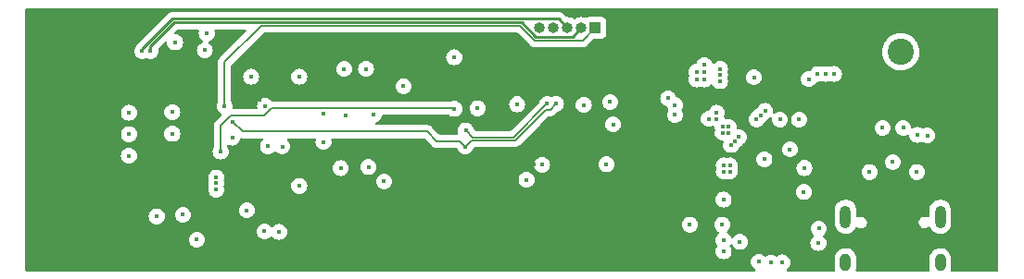
<source format=gbr>
%TF.GenerationSoftware,KiCad,Pcbnew,7.0.5-0*%
%TF.CreationDate,2024-04-12T00:02:12+02:00*%
%TF.ProjectId,MTR_C3_TempHum,4d54525f-4333-45f5-9465-6d7048756d2e,rev?*%
%TF.SameCoordinates,Original*%
%TF.FileFunction,Copper,L2,Inr*%
%TF.FilePolarity,Positive*%
%FSLAX46Y46*%
G04 Gerber Fmt 4.6, Leading zero omitted, Abs format (unit mm)*
G04 Created by KiCad (PCBNEW 7.0.5-0) date 2024-04-12 00:02:12*
%MOMM*%
%LPD*%
G01*
G04 APERTURE LIST*
%TA.AperFunction,ComponentPad*%
%ADD10O,1.000000X1.000000*%
%TD*%
%TA.AperFunction,ComponentPad*%
%ADD11R,1.000000X1.000000*%
%TD*%
%TA.AperFunction,ComponentPad*%
%ADD12O,1.000000X2.100000*%
%TD*%
%TA.AperFunction,ComponentPad*%
%ADD13O,1.000000X1.600000*%
%TD*%
%TA.AperFunction,ComponentPad*%
%ADD14C,2.400000*%
%TD*%
%TA.AperFunction,ViaPad*%
%ADD15C,0.450000*%
%TD*%
%TA.AperFunction,Conductor*%
%ADD16C,0.200000*%
%TD*%
%TA.AperFunction,Conductor*%
%ADD17C,0.250000*%
%TD*%
G04 APERTURE END LIST*
D10*
%TO.N,+3.3V*%
%TO.C,J4*%
X86360000Y-28498800D03*
%TO.N,GND*%
X87630000Y-28498800D03*
%TO.N,U0TXD*%
X88900000Y-28498800D03*
%TO.N,U0RXD*%
X90170000Y-28498800D03*
D11*
%TO.N,GPIO7*%
X91440000Y-28498800D03*
%TD*%
D12*
%TO.N,GND*%
%TO.C,J1*%
X114298000Y-45797500D03*
D13*
X114298000Y-49977500D03*
D12*
X122938000Y-45797500D03*
D13*
X122938000Y-49977500D03*
%TD*%
D14*
%TO.N,*%
%TO.C,BT1*%
X119342500Y-30671500D03*
%TD*%
D15*
%TO.N,VBUS*%
X80670400Y-35864800D03*
%TO.N,GPIO10*%
X57200800Y-39827200D03*
X78536800Y-35915600D03*
%TO.N,VBAT*%
X78536800Y-31191200D03*
%TO.N,+3.3V*%
X80670400Y-31191200D03*
%TO.N,VBAT*%
X98094800Y-34950400D03*
%TO.N,Net-(IC2-OUT)*%
X106172000Y-36880800D03*
X106553000Y-36499800D03*
X103835200Y-39217600D03*
X104190800Y-38862000D03*
%TO.N,Net-(IC5-EN)*%
X102819200Y-33375600D03*
X102819200Y-32816800D03*
X102514400Y-36271200D03*
X102514400Y-36830000D03*
%TO.N,GND*%
X103606600Y-37566600D03*
X103632000Y-38100000D03*
X103733600Y-41097200D03*
X103733600Y-41656000D03*
X103174800Y-41656000D03*
X103174800Y-41097200D03*
X103073200Y-38100000D03*
X103047800Y-37566600D03*
%TO.N,VBAT*%
X98704400Y-36474400D03*
%TO.N,Net-(IC2-OUT)*%
X104546400Y-38506400D03*
%TO.N,Net-(IC5-EN)*%
X102819200Y-32258000D03*
X101803200Y-36830000D03*
%TO.N,VBAT*%
X98704400Y-35560000D03*
%TO.N,GND*%
X56794400Y-43332400D03*
X56794400Y-42214800D03*
X52781200Y-38201600D03*
X52781200Y-36220400D03*
X110528400Y-41338800D03*
X103022400Y-46532800D03*
X62829200Y-39359600D03*
%TO.N,+3.3V*%
X85301600Y-35496500D03*
%TO.N,GND*%
X84281600Y-35496500D03*
X108305600Y-36901600D03*
X55016400Y-47906400D03*
X56794400Y-42722800D03*
X68478400Y-32258000D03*
X73914000Y-33834534D03*
X106874900Y-40538400D03*
%TO.N,+3.3V*%
X105350900Y-40589200D03*
X109042200Y-43764200D03*
%TO.N,GND*%
X111810800Y-48209200D03*
%TO.N,+3.3V*%
X112623600Y-44551600D03*
X86360000Y-30530800D03*
%TO.N,GND*%
X111760000Y-32715200D03*
X112522000Y-32715200D03*
X113233200Y-32715200D03*
X101396800Y-31902400D03*
X101396800Y-33223200D03*
X100685600Y-33223200D03*
X100685600Y-32512000D03*
X101396800Y-32531200D03*
X105924700Y-33020000D03*
X110933600Y-33182800D03*
%TO.N,+3.3V*%
X113030000Y-28324400D03*
X106222800Y-28324400D03*
X98907600Y-32512000D03*
X98907600Y-30937200D03*
X98907600Y-31699200D03*
X98145600Y-31699200D03*
X98145600Y-30886400D03*
X98145600Y-32562800D03*
%TO.N,GND*%
X92786200Y-35280600D03*
%TO.N,+3.3V*%
X93624400Y-40081200D03*
X90678000Y-40741600D03*
%TO.N,GND*%
X92456000Y-40995600D03*
X86563200Y-41046400D03*
%TO.N,+3.3V*%
X85794800Y-41046400D03*
X84129200Y-42367200D03*
%TO.N,GND*%
X85149200Y-42418000D03*
%TO.N,+3.3V*%
X72847200Y-41605200D03*
%TO.N,GND*%
X55750000Y-30553200D03*
X66598800Y-36372800D03*
%TO.N,+3.3V*%
X71120000Y-45467734D03*
%TO.N,GND*%
X64379200Y-42969325D03*
X64379200Y-32961725D03*
%TO.N,+3.3V*%
X60756800Y-35052000D03*
X53035200Y-47906400D03*
X50393600Y-48564800D03*
X48431500Y-48615600D03*
X46469400Y-48615600D03*
%TO.N,GND*%
X48818800Y-40215200D03*
X48830000Y-36264000D03*
X48830000Y-38234000D03*
%TO.N,Hard_reset*%
X61264800Y-35661600D03*
X61529200Y-39346312D03*
%TO.N,GPIO9*%
X59979200Y-32961725D03*
X62534800Y-47193200D03*
%TO.N,CHIP_PU*%
X59588400Y-45212000D03*
X61214000Y-47142400D03*
%TO.N,Net-(D4-A)*%
X68173600Y-41351200D03*
X66598800Y-38938300D03*
%TO.N,Net-(JP3-B)*%
X55930800Y-29006800D03*
X53035200Y-29819600D03*
%TO.N,VBUS*%
X109220000Y-39624000D03*
X110045500Y-36901600D03*
%TO.N,Net-(IC2-OUT)*%
X106944700Y-36108100D03*
%TO.N,GPIO7*%
X57556400Y-35661600D03*
%TO.N,DTR*%
X108508800Y-49987200D03*
X103150500Y-47942800D03*
%TO.N,RTS*%
X104648000Y-48107600D03*
X103150500Y-44234400D03*
%TO.N,Net-(Q8-B)*%
X100076000Y-46532800D03*
X103150500Y-48962800D03*
%TO.N,VBAT*%
X71170800Y-36474400D03*
%TO.N,ADC_lvl_BAT*%
X68630800Y-36525200D03*
X70487300Y-32259734D03*
X51358800Y-45770800D03*
X53746400Y-45618400D03*
%TO.N,Net-(Q7-D)*%
X70713600Y-41249600D03*
X72136000Y-42570400D03*
%TO.N,SDA*%
X93065600Y-37338000D03*
X90373200Y-35560000D03*
%TO.N,SCL*%
X87833200Y-35458400D03*
%TO.N,SDA*%
X87020400Y-35458400D03*
X79601600Y-37896800D03*
%TO.N,SCL*%
X79552800Y-39370000D03*
%TO.N,SDA*%
X58267600Y-38557200D03*
%TO.N,SCL*%
X58318400Y-37084000D03*
%TO.N,U0TXD*%
X50038000Y-30632400D03*
X106375200Y-49936400D03*
%TO.N,U0RXD*%
X50800000Y-30632400D03*
X107467400Y-50012600D03*
%TO.N,Net-(U1-VIO)*%
X111861600Y-46888400D03*
X110490000Y-43535600D03*
%TO.N,GND*%
X120802400Y-41706800D03*
X118618000Y-40792400D03*
X116484400Y-41706800D03*
%TO.N,USB_D+*%
X117668000Y-37661200D03*
%TO.N,USB_D-*%
X119568000Y-37661200D03*
%TO.N,USB_D+*%
X120853200Y-38303200D03*
%TO.N,USB_D-*%
X121767600Y-38354000D03*
%TD*%
D16*
%TO.N,GPIO10*%
X57200800Y-37452066D02*
X57200800Y-39827200D01*
X61845600Y-35842800D02*
X61134400Y-36554000D01*
X78536800Y-35915600D02*
X78464000Y-35842800D01*
X58098866Y-36554000D02*
X57200800Y-37452066D01*
X78464000Y-35842800D02*
X61845600Y-35842800D01*
X61134400Y-36554000D02*
X58098866Y-36554000D01*
D17*
%TO.N,U0RXD*%
X84707173Y-28012700D02*
X86018273Y-29323800D01*
D16*
%TO.N,GPIO7*%
X85888251Y-29637700D02*
X84577151Y-28326600D01*
%TO.N,SCL*%
X86898966Y-35988400D02*
X87303200Y-35988400D01*
X76047600Y-37998400D02*
X76911200Y-38862000D01*
D17*
%TO.N,U0TXD*%
X50038000Y-30632400D02*
X50038000Y-30457111D01*
X52821311Y-27673800D02*
X88075000Y-27673800D01*
X88075000Y-27673800D02*
X88900000Y-28498800D01*
X50038000Y-30457111D02*
X52821311Y-27673800D01*
%TO.N,U0RXD*%
X86018273Y-29323800D02*
X89345000Y-29323800D01*
X89345000Y-29323800D02*
X90170000Y-28498800D01*
X50800000Y-30632400D02*
X50800000Y-30174387D01*
X50800000Y-30174387D02*
X52961687Y-28012700D01*
X52961687Y-28012700D02*
X84707173Y-28012700D01*
D16*
%TO.N,GPIO7*%
X91440000Y-28498800D02*
X90301100Y-29637700D01*
X60878200Y-28326600D02*
X57556400Y-31648400D01*
X57556400Y-31648400D02*
X57556400Y-35661600D01*
X90301100Y-29637700D02*
X85888251Y-29637700D01*
X84577151Y-28326600D02*
X60878200Y-28326600D01*
%TO.N,SCL*%
X79552800Y-39370000D02*
X80111600Y-38811200D01*
X87303200Y-35988400D02*
X87833200Y-35458400D01*
X80111600Y-38811200D02*
X84076166Y-38811200D01*
X84076166Y-38811200D02*
X86898966Y-35988400D01*
%TO.N,SDA*%
X79601600Y-37896800D02*
X80227100Y-38522300D01*
X83956500Y-38522300D02*
X87020400Y-35458400D01*
X80227100Y-38522300D02*
X83956500Y-38522300D01*
%TO.N,SCL*%
X58318400Y-37084000D02*
X59232800Y-37998400D01*
X59232800Y-37998400D02*
X76047600Y-37998400D01*
X76911200Y-38862000D02*
X79044800Y-38862000D01*
X79044800Y-38862000D02*
X79552800Y-39370000D01*
%TD*%
%TA.AperFunction,Conductor*%
%TO.N,+3.3V*%
G36*
X128213039Y-26689685D02*
G01*
X128258794Y-26742489D01*
X128270000Y-26794000D01*
X128270000Y-50676000D01*
X128250315Y-50743039D01*
X128197511Y-50788794D01*
X128146000Y-50800000D01*
X123990660Y-50800000D01*
X123923621Y-50780315D01*
X123877866Y-50727511D01*
X123867922Y-50658353D01*
X123876709Y-50627100D01*
X123890832Y-50594189D01*
X123897540Y-50578558D01*
X123938500Y-50379241D01*
X123938500Y-49626758D01*
X123923074Y-49475062D01*
X123923074Y-49475060D01*
X123862162Y-49280920D01*
X123862160Y-49280916D01*
X123862159Y-49280912D01*
X123763409Y-49102998D01*
X123763408Y-49102997D01*
X123763407Y-49102995D01*
X123630867Y-48948606D01*
X123630865Y-48948604D01*
X123469962Y-48824054D01*
X123469959Y-48824053D01*
X123469958Y-48824052D01*
X123287271Y-48734440D01*
X123090285Y-48683437D01*
X123090287Y-48683437D01*
X122954804Y-48676566D01*
X122887064Y-48673131D01*
X122887063Y-48673131D01*
X122887061Y-48673131D01*
X122685936Y-48703942D01*
X122685924Y-48703945D01*
X122495118Y-48774611D01*
X122495111Y-48774615D01*
X122322432Y-48882245D01*
X122322427Y-48882249D01*
X122174949Y-49022438D01*
X122174948Y-49022440D01*
X122058705Y-49189449D01*
X121978459Y-49376443D01*
X121937500Y-49575758D01*
X121937500Y-50328243D01*
X121952925Y-50479939D01*
X122002794Y-50638879D01*
X122004082Y-50708737D01*
X121967397Y-50768201D01*
X121904387Y-50798392D01*
X121884481Y-50800000D01*
X115350660Y-50800000D01*
X115283621Y-50780315D01*
X115237866Y-50727511D01*
X115227922Y-50658353D01*
X115236709Y-50627100D01*
X115250832Y-50594189D01*
X115257540Y-50578558D01*
X115298500Y-50379241D01*
X115298500Y-49626758D01*
X115283074Y-49475062D01*
X115283074Y-49475060D01*
X115222162Y-49280920D01*
X115222160Y-49280916D01*
X115222159Y-49280912D01*
X115123409Y-49102998D01*
X115123408Y-49102997D01*
X115123407Y-49102995D01*
X114990867Y-48948606D01*
X114990865Y-48948604D01*
X114829962Y-48824054D01*
X114829959Y-48824053D01*
X114829958Y-48824052D01*
X114647271Y-48734440D01*
X114450285Y-48683437D01*
X114450287Y-48683437D01*
X114314804Y-48676566D01*
X114247064Y-48673131D01*
X114247063Y-48673131D01*
X114247061Y-48673131D01*
X114045936Y-48703942D01*
X114045924Y-48703945D01*
X113855118Y-48774611D01*
X113855111Y-48774615D01*
X113682432Y-48882245D01*
X113682427Y-48882249D01*
X113534949Y-49022438D01*
X113534948Y-49022440D01*
X113418705Y-49189449D01*
X113338459Y-49376443D01*
X113297500Y-49575758D01*
X113297500Y-50328243D01*
X113312925Y-50479939D01*
X113362794Y-50638879D01*
X113364082Y-50708737D01*
X113327397Y-50768201D01*
X113264387Y-50798392D01*
X113244481Y-50800000D01*
X109009290Y-50800000D01*
X108942251Y-50780315D01*
X108896496Y-50727511D01*
X108886552Y-50658353D01*
X108915577Y-50594797D01*
X108943317Y-50571007D01*
X108950313Y-50566610D01*
X108964004Y-50558008D01*
X109079608Y-50442404D01*
X109166589Y-50303975D01*
X109220586Y-50149661D01*
X109226310Y-50098861D01*
X109238891Y-49987203D01*
X109238891Y-49987196D01*
X109220587Y-49824744D01*
X109220586Y-49824742D01*
X109220586Y-49824739D01*
X109166589Y-49670425D01*
X109079608Y-49531996D01*
X108964004Y-49416392D01*
X108865999Y-49354811D01*
X108825574Y-49329410D01*
X108683152Y-49279575D01*
X108671261Y-49275414D01*
X108671260Y-49275413D01*
X108671255Y-49275412D01*
X108508804Y-49257109D01*
X108508796Y-49257109D01*
X108346344Y-49275412D01*
X108192025Y-49329410D01*
X108053596Y-49416392D01*
X108048153Y-49420733D01*
X108046445Y-49418592D01*
X107995997Y-49446111D01*
X107926308Y-49441096D01*
X107903719Y-49429926D01*
X107901543Y-49428559D01*
X107867591Y-49407225D01*
X107784176Y-49354811D01*
X107629855Y-49300812D01*
X107467404Y-49282509D01*
X107467396Y-49282509D01*
X107304944Y-49300812D01*
X107150625Y-49354810D01*
X107031079Y-49429927D01*
X106963843Y-49448927D01*
X106897007Y-49428559D01*
X106877426Y-49412614D01*
X106830404Y-49365592D01*
X106691974Y-49278610D01*
X106537655Y-49224612D01*
X106375204Y-49206309D01*
X106375196Y-49206309D01*
X106212744Y-49224612D01*
X106058425Y-49278610D01*
X105919995Y-49365592D01*
X105804392Y-49481195D01*
X105717410Y-49619625D01*
X105663412Y-49773944D01*
X105645109Y-49936396D01*
X105645109Y-49936403D01*
X105663412Y-50098855D01*
X105717410Y-50253174D01*
X105804392Y-50391604D01*
X105919997Y-50507209D01*
X106021530Y-50571007D01*
X106067820Y-50623341D01*
X106078468Y-50692395D01*
X106050093Y-50756243D01*
X105991703Y-50794615D01*
X105955557Y-50800000D01*
X39494000Y-50800000D01*
X39426961Y-50780315D01*
X39381206Y-50727511D01*
X39370000Y-50676000D01*
X39370000Y-47906403D01*
X54286309Y-47906403D01*
X54304612Y-48068855D01*
X54358610Y-48223174D01*
X54409578Y-48304289D01*
X54445592Y-48361604D01*
X54561196Y-48477208D01*
X54699625Y-48564189D01*
X54853939Y-48618186D01*
X54853942Y-48618186D01*
X54853944Y-48618187D01*
X55016396Y-48636491D01*
X55016400Y-48636491D01*
X55016404Y-48636491D01*
X55178855Y-48618187D01*
X55178856Y-48618186D01*
X55178861Y-48618186D01*
X55333175Y-48564189D01*
X55471604Y-48477208D01*
X55587208Y-48361604D01*
X55674189Y-48223175D01*
X55728186Y-48068861D01*
X55742126Y-47945139D01*
X55746491Y-47906403D01*
X55746491Y-47906396D01*
X55728187Y-47743944D01*
X55728186Y-47743942D01*
X55728186Y-47743939D01*
X55674189Y-47589625D01*
X55587208Y-47451196D01*
X55471604Y-47335592D01*
X55407496Y-47295310D01*
X55333174Y-47248610D01*
X55178855Y-47194612D01*
X55016404Y-47176309D01*
X55016396Y-47176309D01*
X54853944Y-47194612D01*
X54699625Y-47248610D01*
X54561195Y-47335592D01*
X54445592Y-47451195D01*
X54358610Y-47589625D01*
X54304612Y-47743944D01*
X54286309Y-47906396D01*
X54286309Y-47906403D01*
X39370000Y-47906403D01*
X39370000Y-47142403D01*
X60483909Y-47142403D01*
X60502212Y-47304855D01*
X60556210Y-47459174D01*
X60574069Y-47487596D01*
X60643192Y-47597604D01*
X60758796Y-47713208D01*
X60897225Y-47800189D01*
X61051539Y-47854186D01*
X61051542Y-47854186D01*
X61051544Y-47854187D01*
X61213996Y-47872491D01*
X61214000Y-47872491D01*
X61214004Y-47872491D01*
X61376455Y-47854187D01*
X61376456Y-47854186D01*
X61376461Y-47854186D01*
X61530775Y-47800189D01*
X61669204Y-47713208D01*
X61765300Y-47617111D01*
X61826619Y-47583629D01*
X61896311Y-47588613D01*
X61952245Y-47630484D01*
X61957971Y-47638822D01*
X61963990Y-47648402D01*
X61963992Y-47648404D01*
X62079596Y-47764008D01*
X62218025Y-47850989D01*
X62372339Y-47904986D01*
X62372342Y-47904986D01*
X62372344Y-47904987D01*
X62534796Y-47923291D01*
X62534800Y-47923291D01*
X62534804Y-47923291D01*
X62697255Y-47904987D01*
X62697256Y-47904986D01*
X62697261Y-47904986D01*
X62851575Y-47850989D01*
X62990004Y-47764008D01*
X63105608Y-47648404D01*
X63192589Y-47509975D01*
X63246586Y-47355661D01*
X63246587Y-47355655D01*
X63264891Y-47193203D01*
X63264891Y-47193196D01*
X63246587Y-47030744D01*
X63246586Y-47030742D01*
X63246586Y-47030739D01*
X63192589Y-46876425D01*
X63105608Y-46737996D01*
X62990004Y-46622392D01*
X62990002Y-46622391D01*
X62851574Y-46535410D01*
X62844124Y-46532803D01*
X99345909Y-46532803D01*
X99364212Y-46695255D01*
X99418210Y-46849574D01*
X99418211Y-46849575D01*
X99505192Y-46988004D01*
X99620796Y-47103608D01*
X99759225Y-47190589D01*
X99913539Y-47244586D01*
X99913542Y-47244586D01*
X99913544Y-47244587D01*
X100075996Y-47262891D01*
X100076000Y-47262891D01*
X100076004Y-47262891D01*
X100238455Y-47244587D01*
X100238456Y-47244586D01*
X100238461Y-47244586D01*
X100392775Y-47190589D01*
X100531204Y-47103608D01*
X100646808Y-46988004D01*
X100733789Y-46849575D01*
X100787786Y-46695261D01*
X100788429Y-46689554D01*
X100806091Y-46532803D01*
X102292309Y-46532803D01*
X102310612Y-46695255D01*
X102364610Y-46849574D01*
X102364611Y-46849575D01*
X102451592Y-46988004D01*
X102567196Y-47103608D01*
X102679100Y-47173922D01*
X102725391Y-47226257D01*
X102736039Y-47295310D01*
X102707664Y-47359159D01*
X102699875Y-47366723D01*
X102700220Y-47367068D01*
X102579692Y-47487595D01*
X102492710Y-47626025D01*
X102438712Y-47780344D01*
X102420409Y-47942796D01*
X102420409Y-47942803D01*
X102438712Y-48105255D01*
X102438713Y-48105260D01*
X102438714Y-48105261D01*
X102439534Y-48107603D01*
X102492710Y-48259574D01*
X102572669Y-48386828D01*
X102591669Y-48454065D01*
X102572669Y-48518772D01*
X102492710Y-48646025D01*
X102438712Y-48800344D01*
X102420409Y-48962796D01*
X102420409Y-48962803D01*
X102438712Y-49125255D01*
X102492710Y-49279574D01*
X102524025Y-49329411D01*
X102579692Y-49418004D01*
X102695296Y-49533608D01*
X102833725Y-49620589D01*
X102988039Y-49674586D01*
X102988042Y-49674586D01*
X102988044Y-49674587D01*
X103150496Y-49692891D01*
X103150500Y-49692891D01*
X103150504Y-49692891D01*
X103312955Y-49674587D01*
X103312956Y-49674586D01*
X103312961Y-49674586D01*
X103467275Y-49620589D01*
X103605704Y-49533608D01*
X103721308Y-49418004D01*
X103808289Y-49279575D01*
X103862286Y-49125261D01*
X103862287Y-49125255D01*
X103880591Y-48962803D01*
X103880591Y-48962796D01*
X103862287Y-48800344D01*
X103862286Y-48800342D01*
X103862286Y-48800339D01*
X103808289Y-48646025D01*
X103802298Y-48636491D01*
X103728331Y-48518773D01*
X103709330Y-48451536D01*
X103728329Y-48386830D01*
X103728330Y-48386828D01*
X103751107Y-48350579D01*
X103803439Y-48304289D01*
X103872492Y-48293639D01*
X103936341Y-48322013D01*
X103973141Y-48375595D01*
X103990209Y-48424373D01*
X104023408Y-48477208D01*
X104077192Y-48562804D01*
X104192796Y-48678408D01*
X104331225Y-48765389D01*
X104485539Y-48819386D01*
X104485542Y-48819386D01*
X104485544Y-48819387D01*
X104647996Y-48837691D01*
X104648000Y-48837691D01*
X104648004Y-48837691D01*
X104810455Y-48819387D01*
X104810456Y-48819386D01*
X104810461Y-48819386D01*
X104964775Y-48765389D01*
X105103204Y-48678408D01*
X105218808Y-48562804D01*
X105305789Y-48424375D01*
X105359786Y-48270061D01*
X105359787Y-48270055D01*
X105366643Y-48209203D01*
X111080709Y-48209203D01*
X111099012Y-48371655D01*
X111153010Y-48525974D01*
X111210951Y-48618186D01*
X111239992Y-48664404D01*
X111355596Y-48780008D01*
X111494025Y-48866989D01*
X111648339Y-48920986D01*
X111648342Y-48920986D01*
X111648344Y-48920987D01*
X111810796Y-48939291D01*
X111810800Y-48939291D01*
X111810804Y-48939291D01*
X111973255Y-48920987D01*
X111973256Y-48920986D01*
X111973261Y-48920986D01*
X112127575Y-48866989D01*
X112266004Y-48780008D01*
X112381608Y-48664404D01*
X112468589Y-48525975D01*
X112522586Y-48371661D01*
X112534034Y-48270061D01*
X112540891Y-48209203D01*
X112540891Y-48209196D01*
X112522587Y-48046744D01*
X112522586Y-48046742D01*
X112522586Y-48046739D01*
X112468589Y-47892425D01*
X112381608Y-47753996D01*
X112285514Y-47657902D01*
X112252029Y-47596579D01*
X112257013Y-47526887D01*
X112298885Y-47470954D01*
X112307215Y-47465232D01*
X112316804Y-47459208D01*
X112432408Y-47343604D01*
X112519389Y-47205175D01*
X112573386Y-47050861D01*
X112575653Y-47030744D01*
X112591691Y-46888403D01*
X112591691Y-46888396D01*
X112573387Y-46725944D01*
X112573386Y-46725942D01*
X112573386Y-46725939D01*
X112519389Y-46571625D01*
X112432408Y-46433196D01*
X112397455Y-46398243D01*
X113297500Y-46398243D01*
X113312925Y-46549939D01*
X113373837Y-46744079D01*
X113373844Y-46744094D01*
X113472589Y-46921999D01*
X113472592Y-46922004D01*
X113605132Y-47076393D01*
X113605134Y-47076395D01*
X113766037Y-47200945D01*
X113766038Y-47200945D01*
X113766042Y-47200948D01*
X113948729Y-47290560D01*
X114145715Y-47341563D01*
X114348936Y-47351869D01*
X114550071Y-47321056D01*
X114740887Y-47250386D01*
X114913571Y-47142752D01*
X115061053Y-47002559D01*
X115177295Y-46835549D01*
X115199118Y-46784693D01*
X115243644Y-46730851D01*
X115310212Y-46709627D01*
X115377687Y-46727762D01*
X115391323Y-46737405D01*
X115393241Y-46738965D01*
X115393245Y-46738969D01*
X115516672Y-46814026D01*
X115655772Y-46853000D01*
X115655773Y-46853000D01*
X115763950Y-46853000D01*
X115775502Y-46851411D01*
X115871111Y-46838271D01*
X116003609Y-46780719D01*
X116115665Y-46689554D01*
X116198971Y-46571537D01*
X116229864Y-46484611D01*
X116247345Y-46435425D01*
X116247345Y-46435423D01*
X116247346Y-46435421D01*
X116252252Y-46363699D01*
X120978796Y-46363699D01*
X120993700Y-46435421D01*
X121008186Y-46505134D01*
X121008187Y-46505136D01*
X121074645Y-46633393D01*
X121074649Y-46633399D01*
X121162778Y-46727762D01*
X121173245Y-46738969D01*
X121296672Y-46814026D01*
X121435772Y-46853000D01*
X121435773Y-46853000D01*
X121543950Y-46853000D01*
X121555502Y-46851411D01*
X121651111Y-46838271D01*
X121783609Y-46780719D01*
X121841393Y-46733707D01*
X121905818Y-46706670D01*
X121974635Y-46718754D01*
X122025993Y-46766126D01*
X122028067Y-46769719D01*
X122112589Y-46921999D01*
X122112592Y-46922004D01*
X122245132Y-47076393D01*
X122245134Y-47076395D01*
X122406037Y-47200945D01*
X122406038Y-47200945D01*
X122406042Y-47200948D01*
X122588729Y-47290560D01*
X122785715Y-47341563D01*
X122988936Y-47351869D01*
X123190071Y-47321056D01*
X123380887Y-47250386D01*
X123553571Y-47142752D01*
X123701053Y-47002559D01*
X123817295Y-46835549D01*
X123897540Y-46648558D01*
X123938500Y-46449241D01*
X123938500Y-45196758D01*
X123923074Y-45045062D01*
X123923074Y-45045060D01*
X123862162Y-44850920D01*
X123862160Y-44850916D01*
X123862159Y-44850912D01*
X123763409Y-44672998D01*
X123763408Y-44672997D01*
X123763407Y-44672995D01*
X123630867Y-44518606D01*
X123630865Y-44518604D01*
X123469962Y-44394054D01*
X123469959Y-44394053D01*
X123469958Y-44394052D01*
X123287271Y-44304440D01*
X123090285Y-44253437D01*
X123090287Y-44253437D01*
X122954804Y-44246566D01*
X122887064Y-44243131D01*
X122887063Y-44243131D01*
X122887061Y-44243131D01*
X122685936Y-44273942D01*
X122685924Y-44273945D01*
X122495118Y-44344611D01*
X122495111Y-44344615D01*
X122322432Y-44452245D01*
X122322427Y-44452249D01*
X122174949Y-44592438D01*
X122174948Y-44592440D01*
X122058705Y-44759449D01*
X121978459Y-44946443D01*
X121937500Y-45145758D01*
X121937500Y-45753113D01*
X121917815Y-45820152D01*
X121865011Y-45865907D01*
X121795853Y-45875851D01*
X121749073Y-45859062D01*
X121724725Y-45844256D01*
X121719328Y-45840974D01*
X121580228Y-45802000D01*
X121472051Y-45802000D01*
X121472050Y-45802000D01*
X121364889Y-45816729D01*
X121232389Y-45874281D01*
X121232389Y-45874282D01*
X121120338Y-45965443D01*
X121120333Y-45965448D01*
X121037028Y-46083463D01*
X120988654Y-46219574D01*
X120988654Y-46219577D01*
X120988215Y-46226004D01*
X120978796Y-46363699D01*
X116252252Y-46363699D01*
X116257204Y-46291301D01*
X116227814Y-46149866D01*
X116161354Y-46021605D01*
X116161351Y-46021602D01*
X116161350Y-46021600D01*
X116062754Y-45916030D01*
X115939330Y-45840975D01*
X115939329Y-45840974D01*
X115939328Y-45840974D01*
X115800228Y-45802000D01*
X115692051Y-45802000D01*
X115692050Y-45802000D01*
X115584891Y-45816728D01*
X115471900Y-45865807D01*
X115402568Y-45874460D01*
X115339564Y-45844256D01*
X115302892Y-45784784D01*
X115298499Y-45752072D01*
X115298499Y-45618396D01*
X115298500Y-45196758D01*
X115283074Y-45045062D01*
X115283074Y-45045060D01*
X115222162Y-44850920D01*
X115222160Y-44850916D01*
X115222159Y-44850912D01*
X115123409Y-44672998D01*
X115123408Y-44672997D01*
X115123407Y-44672995D01*
X114990867Y-44518606D01*
X114990865Y-44518604D01*
X114829962Y-44394054D01*
X114829959Y-44394053D01*
X114829958Y-44394052D01*
X114647271Y-44304440D01*
X114450285Y-44253437D01*
X114450287Y-44253437D01*
X114314804Y-44246566D01*
X114247064Y-44243131D01*
X114247063Y-44243131D01*
X114247061Y-44243131D01*
X114045936Y-44273942D01*
X114045924Y-44273945D01*
X113855118Y-44344611D01*
X113855111Y-44344615D01*
X113682432Y-44452245D01*
X113682427Y-44452249D01*
X113534949Y-44592438D01*
X113534948Y-44592440D01*
X113418705Y-44759449D01*
X113338459Y-44946443D01*
X113297500Y-45145758D01*
X113297500Y-46398243D01*
X112397455Y-46398243D01*
X112316804Y-46317592D01*
X112178374Y-46230610D01*
X112024055Y-46176612D01*
X111861604Y-46158309D01*
X111861596Y-46158309D01*
X111699144Y-46176612D01*
X111544825Y-46230610D01*
X111406395Y-46317592D01*
X111290792Y-46433195D01*
X111203810Y-46571625D01*
X111149812Y-46725944D01*
X111131509Y-46888396D01*
X111131509Y-46888403D01*
X111149812Y-47050855D01*
X111203810Y-47205174D01*
X111290792Y-47343604D01*
X111386885Y-47439697D01*
X111420370Y-47501020D01*
X111415386Y-47570712D01*
X111373514Y-47626645D01*
X111365180Y-47632369D01*
X111355600Y-47638388D01*
X111355595Y-47638392D01*
X111239992Y-47753995D01*
X111153010Y-47892425D01*
X111099012Y-48046744D01*
X111080709Y-48209196D01*
X111080709Y-48209203D01*
X105366643Y-48209203D01*
X105378091Y-48107603D01*
X105378091Y-48107596D01*
X105359787Y-47945144D01*
X105359786Y-47945142D01*
X105359786Y-47945139D01*
X105305789Y-47790825D01*
X105218808Y-47652396D01*
X105103204Y-47536792D01*
X105060524Y-47509974D01*
X104964774Y-47449810D01*
X104810455Y-47395812D01*
X104648004Y-47377509D01*
X104647996Y-47377509D01*
X104485544Y-47395812D01*
X104331225Y-47449810D01*
X104192795Y-47536792D01*
X104077192Y-47652395D01*
X104077190Y-47652398D01*
X104047392Y-47699821D01*
X103995057Y-47746112D01*
X103926003Y-47756759D01*
X103862155Y-47728383D01*
X103825357Y-47674802D01*
X103808289Y-47626025D01*
X103761406Y-47551411D01*
X103721308Y-47487596D01*
X103605704Y-47371992D01*
X103597318Y-47366723D01*
X103493799Y-47301677D01*
X103447508Y-47249342D01*
X103436860Y-47180288D01*
X103465235Y-47116440D01*
X103473030Y-47108882D01*
X103472680Y-47108532D01*
X103530357Y-47050855D01*
X103593208Y-46988004D01*
X103680189Y-46849575D01*
X103734186Y-46695261D01*
X103734829Y-46689554D01*
X103752491Y-46532803D01*
X103752491Y-46532796D01*
X103734187Y-46370344D01*
X103734186Y-46370342D01*
X103734186Y-46370339D01*
X103680189Y-46216025D01*
X103593208Y-46077596D01*
X103477604Y-45961992D01*
X103431879Y-45933261D01*
X103339174Y-45875010D01*
X103184855Y-45821012D01*
X103022404Y-45802709D01*
X103022396Y-45802709D01*
X102859944Y-45821012D01*
X102705625Y-45875010D01*
X102567195Y-45961992D01*
X102451592Y-46077595D01*
X102364610Y-46216025D01*
X102310612Y-46370344D01*
X102292309Y-46532796D01*
X102292309Y-46532803D01*
X100806091Y-46532803D01*
X100806091Y-46532796D01*
X100787787Y-46370344D01*
X100787786Y-46370342D01*
X100787786Y-46370339D01*
X100733789Y-46216025D01*
X100646808Y-46077596D01*
X100531204Y-45961992D01*
X100485479Y-45933261D01*
X100392774Y-45875010D01*
X100238455Y-45821012D01*
X100076004Y-45802709D01*
X100075996Y-45802709D01*
X99913544Y-45821012D01*
X99759225Y-45875010D01*
X99620795Y-45961992D01*
X99505192Y-46077595D01*
X99418210Y-46216025D01*
X99364212Y-46370344D01*
X99345909Y-46532796D01*
X99345909Y-46532803D01*
X62844124Y-46532803D01*
X62706397Y-46484611D01*
X62697261Y-46481414D01*
X62697260Y-46481413D01*
X62697255Y-46481412D01*
X62534804Y-46463109D01*
X62534796Y-46463109D01*
X62372344Y-46481412D01*
X62218025Y-46535410D01*
X62079597Y-46622391D01*
X61983502Y-46718486D01*
X61922178Y-46751970D01*
X61852487Y-46746986D01*
X61796554Y-46705114D01*
X61790827Y-46696775D01*
X61786291Y-46689556D01*
X61784808Y-46687196D01*
X61669204Y-46571592D01*
X61634742Y-46549938D01*
X61530774Y-46484610D01*
X61390201Y-46435422D01*
X61376461Y-46430614D01*
X61376460Y-46430613D01*
X61376455Y-46430612D01*
X61214004Y-46412309D01*
X61213996Y-46412309D01*
X61051544Y-46430612D01*
X60897225Y-46484610D01*
X60758795Y-46571592D01*
X60643192Y-46687195D01*
X60556210Y-46825625D01*
X60502212Y-46979944D01*
X60483909Y-47142396D01*
X60483909Y-47142403D01*
X39370000Y-47142403D01*
X39370000Y-45770803D01*
X50628709Y-45770803D01*
X50647012Y-45933255D01*
X50701010Y-46087574D01*
X50740151Y-46149866D01*
X50787992Y-46226004D01*
X50903596Y-46341608D01*
X51042025Y-46428589D01*
X51196339Y-46482586D01*
X51196342Y-46482586D01*
X51196344Y-46482587D01*
X51358796Y-46500891D01*
X51358800Y-46500891D01*
X51358804Y-46500891D01*
X51521255Y-46482587D01*
X51521256Y-46482586D01*
X51521261Y-46482586D01*
X51675575Y-46428589D01*
X51814004Y-46341608D01*
X51929608Y-46226004D01*
X52016589Y-46087575D01*
X52070586Y-45933261D01*
X52070587Y-45933255D01*
X52088891Y-45770803D01*
X52088891Y-45770796D01*
X52071720Y-45618403D01*
X53016309Y-45618403D01*
X53034612Y-45780855D01*
X53088610Y-45935174D01*
X53142919Y-46021605D01*
X53175592Y-46073604D01*
X53291196Y-46189208D01*
X53429625Y-46276189D01*
X53583939Y-46330186D01*
X53583942Y-46330186D01*
X53583944Y-46330187D01*
X53746396Y-46348491D01*
X53746400Y-46348491D01*
X53746404Y-46348491D01*
X53908855Y-46330187D01*
X53908856Y-46330186D01*
X53908861Y-46330186D01*
X54063175Y-46276189D01*
X54201604Y-46189208D01*
X54317208Y-46073604D01*
X54404189Y-45935175D01*
X54458186Y-45780861D01*
X54458187Y-45780855D01*
X54476491Y-45618403D01*
X54476491Y-45618396D01*
X54458187Y-45455944D01*
X54458186Y-45455942D01*
X54458186Y-45455939D01*
X54404189Y-45301625D01*
X54347876Y-45212003D01*
X58858309Y-45212003D01*
X58876612Y-45374455D01*
X58930610Y-45528774D01*
X58980608Y-45608344D01*
X59017592Y-45667204D01*
X59133196Y-45782808D01*
X59271625Y-45869789D01*
X59425939Y-45923786D01*
X59425942Y-45923786D01*
X59425944Y-45923787D01*
X59588396Y-45942091D01*
X59588400Y-45942091D01*
X59588404Y-45942091D01*
X59750855Y-45923787D01*
X59750856Y-45923786D01*
X59750861Y-45923786D01*
X59905175Y-45869789D01*
X60043604Y-45782808D01*
X60159208Y-45667204D01*
X60246189Y-45528775D01*
X60300186Y-45374461D01*
X60318491Y-45212000D01*
X60316773Y-45196756D01*
X60300187Y-45049544D01*
X60300186Y-45049542D01*
X60300186Y-45049539D01*
X60246189Y-44895225D01*
X60159208Y-44756796D01*
X60043604Y-44641192D01*
X59905174Y-44554210D01*
X59750855Y-44500212D01*
X59588404Y-44481909D01*
X59588396Y-44481909D01*
X59425944Y-44500212D01*
X59271625Y-44554210D01*
X59133195Y-44641192D01*
X59017592Y-44756795D01*
X58930610Y-44895225D01*
X58876612Y-45049544D01*
X58858309Y-45211996D01*
X58858309Y-45212003D01*
X54347876Y-45212003D01*
X54317208Y-45163196D01*
X54201604Y-45047592D01*
X54190650Y-45040709D01*
X54063174Y-44960610D01*
X53908855Y-44906612D01*
X53746404Y-44888309D01*
X53746396Y-44888309D01*
X53583944Y-44906612D01*
X53429625Y-44960610D01*
X53291195Y-45047592D01*
X53175592Y-45163195D01*
X53088610Y-45301625D01*
X53034612Y-45455944D01*
X53016309Y-45618396D01*
X53016309Y-45618403D01*
X52071720Y-45618403D01*
X52070587Y-45608344D01*
X52070586Y-45608342D01*
X52070586Y-45608339D01*
X52016589Y-45454025D01*
X51929608Y-45315596D01*
X51814004Y-45199992D01*
X51727693Y-45145759D01*
X51675574Y-45113010D01*
X51521255Y-45059012D01*
X51358804Y-45040709D01*
X51358796Y-45040709D01*
X51196344Y-45059012D01*
X51042025Y-45113010D01*
X50903595Y-45199992D01*
X50787992Y-45315595D01*
X50701010Y-45454025D01*
X50647012Y-45608344D01*
X50628709Y-45770796D01*
X50628709Y-45770803D01*
X39370000Y-45770803D01*
X39370000Y-44234403D01*
X102420409Y-44234403D01*
X102438712Y-44396855D01*
X102492710Y-44551174D01*
X102569256Y-44672995D01*
X102579692Y-44689604D01*
X102695296Y-44805208D01*
X102833725Y-44892189D01*
X102988039Y-44946186D01*
X102988042Y-44946186D01*
X102988044Y-44946187D01*
X103150496Y-44964491D01*
X103150500Y-44964491D01*
X103150504Y-44964491D01*
X103312955Y-44946187D01*
X103312956Y-44946186D01*
X103312961Y-44946186D01*
X103467275Y-44892189D01*
X103605704Y-44805208D01*
X103721308Y-44689604D01*
X103808289Y-44551175D01*
X103862286Y-44396861D01*
X103862287Y-44396855D01*
X103880591Y-44234403D01*
X103880591Y-44234396D01*
X103862287Y-44071944D01*
X103862286Y-44071942D01*
X103862286Y-44071939D01*
X103808289Y-43917625D01*
X103721308Y-43779196D01*
X103605704Y-43663592D01*
X103547650Y-43627114D01*
X103467274Y-43576610D01*
X103350082Y-43535603D01*
X109759909Y-43535603D01*
X109778212Y-43698055D01*
X109832210Y-43852374D01*
X109873210Y-43917625D01*
X109919192Y-43990804D01*
X110034796Y-44106408D01*
X110173225Y-44193389D01*
X110327539Y-44247386D01*
X110327542Y-44247386D01*
X110327544Y-44247387D01*
X110489996Y-44265691D01*
X110490000Y-44265691D01*
X110490004Y-44265691D01*
X110652455Y-44247387D01*
X110652456Y-44247386D01*
X110652461Y-44247386D01*
X110806775Y-44193389D01*
X110945204Y-44106408D01*
X111060808Y-43990804D01*
X111147789Y-43852375D01*
X111201786Y-43698061D01*
X111207294Y-43649175D01*
X111220091Y-43535603D01*
X111220091Y-43535596D01*
X111201787Y-43373144D01*
X111201786Y-43373142D01*
X111201786Y-43373139D01*
X111147789Y-43218825D01*
X111060808Y-43080396D01*
X110945204Y-42964792D01*
X110821678Y-42887175D01*
X110806774Y-42877810D01*
X110652455Y-42823812D01*
X110490004Y-42805509D01*
X110489996Y-42805509D01*
X110327544Y-42823812D01*
X110173225Y-42877810D01*
X110034795Y-42964792D01*
X109919192Y-43080395D01*
X109832210Y-43218825D01*
X109778212Y-43373144D01*
X109759909Y-43535596D01*
X109759909Y-43535603D01*
X103350082Y-43535603D01*
X103312955Y-43522612D01*
X103150504Y-43504309D01*
X103150496Y-43504309D01*
X102988044Y-43522612D01*
X102833725Y-43576610D01*
X102695295Y-43663592D01*
X102579692Y-43779195D01*
X102492710Y-43917625D01*
X102438712Y-44071944D01*
X102420409Y-44234396D01*
X102420409Y-44234403D01*
X39370000Y-44234403D01*
X39370000Y-43332403D01*
X56064309Y-43332403D01*
X56082612Y-43494855D01*
X56136610Y-43649174D01*
X56218308Y-43779195D01*
X56223592Y-43787604D01*
X56339196Y-43903208D01*
X56477625Y-43990189D01*
X56631939Y-44044186D01*
X56631942Y-44044186D01*
X56631944Y-44044187D01*
X56794396Y-44062491D01*
X56794400Y-44062491D01*
X56794404Y-44062491D01*
X56956855Y-44044187D01*
X56956856Y-44044186D01*
X56956861Y-44044186D01*
X57111175Y-43990189D01*
X57249604Y-43903208D01*
X57365208Y-43787604D01*
X57452189Y-43649175D01*
X57506186Y-43494861D01*
X57514111Y-43424529D01*
X57524491Y-43332403D01*
X57524491Y-43332396D01*
X57506187Y-43169944D01*
X57506186Y-43169940D01*
X57506186Y-43169939D01*
X57470708Y-43068551D01*
X57467148Y-42998773D01*
X57470708Y-42986649D01*
X57476769Y-42969328D01*
X63649109Y-42969328D01*
X63667412Y-43131780D01*
X63721410Y-43286099D01*
X63808392Y-43424529D01*
X63923996Y-43540133D01*
X64062425Y-43627114D01*
X64216739Y-43681111D01*
X64216742Y-43681111D01*
X64216744Y-43681112D01*
X64379196Y-43699416D01*
X64379200Y-43699416D01*
X64379204Y-43699416D01*
X64541655Y-43681112D01*
X64541656Y-43681111D01*
X64541661Y-43681111D01*
X64695975Y-43627114D01*
X64834404Y-43540133D01*
X64950008Y-43424529D01*
X65036989Y-43286100D01*
X65090986Y-43131786D01*
X65090987Y-43131780D01*
X65109291Y-42969328D01*
X65109291Y-42969321D01*
X65090987Y-42806869D01*
X65090986Y-42806867D01*
X65090986Y-42806864D01*
X65036989Y-42652550D01*
X64985372Y-42570403D01*
X71405909Y-42570403D01*
X71424212Y-42732855D01*
X71478210Y-42887174D01*
X71478211Y-42887175D01*
X71565192Y-43025604D01*
X71680796Y-43141208D01*
X71819225Y-43228189D01*
X71973539Y-43282186D01*
X71973542Y-43282186D01*
X71973544Y-43282187D01*
X72135996Y-43300491D01*
X72136000Y-43300491D01*
X72136004Y-43300491D01*
X72298455Y-43282187D01*
X72298456Y-43282186D01*
X72298461Y-43282186D01*
X72452775Y-43228189D01*
X72591204Y-43141208D01*
X72706808Y-43025604D01*
X72793789Y-42887175D01*
X72847786Y-42732861D01*
X72847787Y-42732855D01*
X72866091Y-42570403D01*
X72866091Y-42570396D01*
X72848920Y-42418003D01*
X84419109Y-42418003D01*
X84437412Y-42580455D01*
X84491410Y-42734774D01*
X84536711Y-42806869D01*
X84578392Y-42873204D01*
X84693996Y-42988808D01*
X84832425Y-43075789D01*
X84986739Y-43129786D01*
X84986742Y-43129786D01*
X84986744Y-43129787D01*
X85149196Y-43148091D01*
X85149200Y-43148091D01*
X85149204Y-43148091D01*
X85311655Y-43129787D01*
X85311656Y-43129786D01*
X85311661Y-43129786D01*
X85465975Y-43075789D01*
X85604404Y-42988808D01*
X85720008Y-42873204D01*
X85806989Y-42734775D01*
X85860986Y-42580461D01*
X85860987Y-42580455D01*
X85879291Y-42418003D01*
X85879291Y-42417996D01*
X85860987Y-42255544D01*
X85860986Y-42255542D01*
X85860986Y-42255539D01*
X85806989Y-42101225D01*
X85720008Y-41962796D01*
X85604404Y-41847192D01*
X85558679Y-41818461D01*
X85465974Y-41760210D01*
X85313344Y-41706803D01*
X85311661Y-41706214D01*
X85311660Y-41706213D01*
X85311655Y-41706212D01*
X85149204Y-41687909D01*
X85149196Y-41687909D01*
X84986744Y-41706212D01*
X84832425Y-41760210D01*
X84693995Y-41847192D01*
X84578392Y-41962795D01*
X84491410Y-42101225D01*
X84437412Y-42255544D01*
X84419109Y-42417996D01*
X84419109Y-42418003D01*
X72848920Y-42418003D01*
X72847787Y-42407944D01*
X72847786Y-42407942D01*
X72847786Y-42407939D01*
X72793789Y-42253625D01*
X72706808Y-42115196D01*
X72591204Y-41999592D01*
X72532642Y-41962795D01*
X72452774Y-41912610D01*
X72298455Y-41858612D01*
X72136004Y-41840309D01*
X72135996Y-41840309D01*
X71973544Y-41858612D01*
X71819225Y-41912610D01*
X71680795Y-41999592D01*
X71565192Y-42115195D01*
X71478210Y-42253625D01*
X71424212Y-42407944D01*
X71405909Y-42570396D01*
X71405909Y-42570403D01*
X64985372Y-42570403D01*
X64950008Y-42514121D01*
X64834404Y-42398517D01*
X64814628Y-42386091D01*
X64695974Y-42311535D01*
X64541655Y-42257537D01*
X64379204Y-42239234D01*
X64379196Y-42239234D01*
X64216744Y-42257537D01*
X64062425Y-42311535D01*
X63923995Y-42398517D01*
X63808392Y-42514120D01*
X63721410Y-42652550D01*
X63667412Y-42806869D01*
X63649109Y-42969321D01*
X63649109Y-42969328D01*
X57476769Y-42969328D01*
X57506186Y-42885261D01*
X57506186Y-42885259D01*
X57506187Y-42885257D01*
X57524491Y-42722803D01*
X57524491Y-42722796D01*
X57506187Y-42560341D01*
X57488485Y-42509752D01*
X57484924Y-42439973D01*
X57488482Y-42427854D01*
X57506186Y-42377261D01*
X57506187Y-42377255D01*
X57524491Y-42214803D01*
X57524491Y-42214796D01*
X57506187Y-42052344D01*
X57506186Y-42052342D01*
X57506186Y-42052339D01*
X57452189Y-41898025D01*
X57365208Y-41759596D01*
X57249604Y-41643992D01*
X57206976Y-41617207D01*
X57111174Y-41557010D01*
X56956855Y-41503012D01*
X56794404Y-41484709D01*
X56794396Y-41484709D01*
X56631944Y-41503012D01*
X56477625Y-41557010D01*
X56339195Y-41643992D01*
X56223592Y-41759595D01*
X56136610Y-41898025D01*
X56082612Y-42052344D01*
X56064309Y-42214796D01*
X56064309Y-42214803D01*
X56082612Y-42377258D01*
X56093348Y-42407939D01*
X56096867Y-42417996D01*
X56100314Y-42427845D01*
X56103875Y-42497623D01*
X56100314Y-42509752D01*
X56082613Y-42560339D01*
X56082613Y-42560340D01*
X56064309Y-42722796D01*
X56064309Y-42722803D01*
X56082612Y-42885255D01*
X56082614Y-42885263D01*
X56118089Y-42986645D01*
X56121650Y-43056424D01*
X56118089Y-43068552D01*
X56082613Y-43169939D01*
X56082613Y-43169940D01*
X56064309Y-43332396D01*
X56064309Y-43332403D01*
X39370000Y-43332403D01*
X39370000Y-41351203D01*
X67443509Y-41351203D01*
X67461812Y-41513655D01*
X67515810Y-41667974D01*
X67572495Y-41758187D01*
X67602792Y-41806404D01*
X67718396Y-41922008D01*
X67856825Y-42008989D01*
X68011139Y-42062986D01*
X68011142Y-42062986D01*
X68011144Y-42062987D01*
X68173596Y-42081291D01*
X68173600Y-42081291D01*
X68173604Y-42081291D01*
X68336055Y-42062987D01*
X68336056Y-42062986D01*
X68336061Y-42062986D01*
X68490375Y-42008989D01*
X68628804Y-41922008D01*
X68744408Y-41806404D01*
X68831389Y-41667975D01*
X68885386Y-41513661D01*
X68885387Y-41513655D01*
X68903691Y-41351203D01*
X68903691Y-41351196D01*
X68892244Y-41249603D01*
X69983509Y-41249603D01*
X70001812Y-41412055D01*
X70055810Y-41566374D01*
X70104581Y-41643992D01*
X70142792Y-41704804D01*
X70258396Y-41820408D01*
X70396825Y-41907389D01*
X70551139Y-41961386D01*
X70551142Y-41961386D01*
X70551144Y-41961387D01*
X70713596Y-41979691D01*
X70713600Y-41979691D01*
X70713604Y-41979691D01*
X70876055Y-41961387D01*
X70876056Y-41961386D01*
X70876061Y-41961386D01*
X71030375Y-41907389D01*
X71168804Y-41820408D01*
X71284408Y-41704804D01*
X71371389Y-41566375D01*
X71425386Y-41412061D01*
X71429382Y-41376599D01*
X71443691Y-41249603D01*
X71443691Y-41249596D01*
X71425387Y-41087144D01*
X71425386Y-41087142D01*
X71425386Y-41087139D01*
X71411132Y-41046403D01*
X85833109Y-41046403D01*
X85851412Y-41208855D01*
X85905410Y-41363174D01*
X85960086Y-41450189D01*
X85992392Y-41501604D01*
X86107996Y-41617208D01*
X86246425Y-41704189D01*
X86400739Y-41758186D01*
X86400742Y-41758186D01*
X86400744Y-41758187D01*
X86563196Y-41776491D01*
X86563200Y-41776491D01*
X86563204Y-41776491D01*
X86725655Y-41758187D01*
X86725656Y-41758186D01*
X86725661Y-41758186D01*
X86879975Y-41704189D01*
X87018404Y-41617208D01*
X87134008Y-41501604D01*
X87220989Y-41363175D01*
X87274986Y-41208861D01*
X87277253Y-41188744D01*
X87293291Y-41046403D01*
X87293291Y-41046396D01*
X87287568Y-40995603D01*
X91725909Y-40995603D01*
X91744212Y-41158055D01*
X91798210Y-41312374D01*
X91884806Y-41450189D01*
X91885192Y-41450804D01*
X92000796Y-41566408D01*
X92139225Y-41653389D01*
X92293539Y-41707386D01*
X92293542Y-41707386D01*
X92293544Y-41707387D01*
X92455996Y-41725691D01*
X92456000Y-41725691D01*
X92456004Y-41725691D01*
X92618455Y-41707387D01*
X92618456Y-41707386D01*
X92618461Y-41707386D01*
X92765305Y-41656003D01*
X102444709Y-41656003D01*
X102463012Y-41818455D01*
X102517010Y-41972774D01*
X102573695Y-42062987D01*
X102603992Y-42111204D01*
X102719596Y-42226808D01*
X102858025Y-42313789D01*
X103012339Y-42367786D01*
X103012342Y-42367786D01*
X103012344Y-42367787D01*
X103174796Y-42386091D01*
X103174800Y-42386091D01*
X103174804Y-42386091D01*
X103337255Y-42367787D01*
X103337256Y-42367786D01*
X103337261Y-42367786D01*
X103413248Y-42341196D01*
X103483021Y-42337634D01*
X103495144Y-42341194D01*
X103562003Y-42364589D01*
X103571142Y-42367787D01*
X103733596Y-42386091D01*
X103733600Y-42386091D01*
X103733604Y-42386091D01*
X103896055Y-42367787D01*
X103896056Y-42367786D01*
X103896061Y-42367786D01*
X104050375Y-42313789D01*
X104188804Y-42226808D01*
X104304408Y-42111204D01*
X104391389Y-41972775D01*
X104445386Y-41818461D01*
X104450115Y-41776491D01*
X104463691Y-41656003D01*
X104463691Y-41655996D01*
X104445387Y-41493542D01*
X104430217Y-41450189D01*
X104418796Y-41417552D01*
X104415234Y-41347776D01*
X104417868Y-41338803D01*
X109798309Y-41338803D01*
X109816612Y-41501255D01*
X109870610Y-41655574D01*
X109902795Y-41706796D01*
X109957592Y-41794004D01*
X110073196Y-41909608D01*
X110211625Y-41996589D01*
X110365939Y-42050586D01*
X110365942Y-42050586D01*
X110365944Y-42050587D01*
X110528396Y-42068891D01*
X110528400Y-42068891D01*
X110528404Y-42068891D01*
X110690855Y-42050587D01*
X110690856Y-42050586D01*
X110690861Y-42050586D01*
X110845175Y-41996589D01*
X110983604Y-41909608D01*
X111099208Y-41794004D01*
X111154000Y-41706803D01*
X115754309Y-41706803D01*
X115772612Y-41869255D01*
X115826610Y-42023574D01*
X115851375Y-42062987D01*
X115913592Y-42162004D01*
X116029196Y-42277608D01*
X116167625Y-42364589D01*
X116321939Y-42418586D01*
X116321942Y-42418586D01*
X116321944Y-42418587D01*
X116484396Y-42436891D01*
X116484400Y-42436891D01*
X116484404Y-42436891D01*
X116646855Y-42418587D01*
X116646856Y-42418586D01*
X116646861Y-42418586D01*
X116801175Y-42364589D01*
X116939604Y-42277608D01*
X117055208Y-42162004D01*
X117142189Y-42023575D01*
X117196186Y-41869261D01*
X117199448Y-41840309D01*
X117214491Y-41706803D01*
X120072309Y-41706803D01*
X120090612Y-41869255D01*
X120144610Y-42023574D01*
X120169375Y-42062987D01*
X120231592Y-42162004D01*
X120347196Y-42277608D01*
X120485625Y-42364589D01*
X120639939Y-42418586D01*
X120639942Y-42418586D01*
X120639944Y-42418587D01*
X120802396Y-42436891D01*
X120802400Y-42436891D01*
X120802404Y-42436891D01*
X120964855Y-42418587D01*
X120964856Y-42418586D01*
X120964861Y-42418586D01*
X121119175Y-42364589D01*
X121257604Y-42277608D01*
X121373208Y-42162004D01*
X121460189Y-42023575D01*
X121514186Y-41869261D01*
X121517448Y-41840309D01*
X121532491Y-41706803D01*
X121532491Y-41706796D01*
X121514187Y-41544344D01*
X121514186Y-41544342D01*
X121514186Y-41544339D01*
X121460189Y-41390025D01*
X121373208Y-41251596D01*
X121257604Y-41135992D01*
X121179855Y-41087139D01*
X121119174Y-41049010D01*
X120966544Y-40995603D01*
X120964861Y-40995014D01*
X120964860Y-40995013D01*
X120964855Y-40995012D01*
X120802404Y-40976709D01*
X120802396Y-40976709D01*
X120639944Y-40995012D01*
X120485625Y-41049010D01*
X120347195Y-41135992D01*
X120231592Y-41251595D01*
X120144610Y-41390025D01*
X120090612Y-41544344D01*
X120072309Y-41706796D01*
X120072309Y-41706803D01*
X117214491Y-41706803D01*
X117214491Y-41706796D01*
X117196187Y-41544344D01*
X117196186Y-41544342D01*
X117196186Y-41544339D01*
X117142189Y-41390025D01*
X117055208Y-41251596D01*
X116939604Y-41135992D01*
X116861855Y-41087139D01*
X116801174Y-41049010D01*
X116648544Y-40995603D01*
X116646861Y-40995014D01*
X116646860Y-40995013D01*
X116646855Y-40995012D01*
X116484404Y-40976709D01*
X116484396Y-40976709D01*
X116321944Y-40995012D01*
X116167625Y-41049010D01*
X116029195Y-41135992D01*
X115913592Y-41251595D01*
X115826610Y-41390025D01*
X115772612Y-41544344D01*
X115754309Y-41706796D01*
X115754309Y-41706803D01*
X111154000Y-41706803D01*
X111186189Y-41655575D01*
X111240186Y-41501261D01*
X111245871Y-41450804D01*
X111258491Y-41338803D01*
X111258491Y-41338796D01*
X111240187Y-41176344D01*
X111240186Y-41176342D01*
X111240186Y-41176339D01*
X111186189Y-41022025D01*
X111099208Y-40883596D01*
X111008015Y-40792403D01*
X117887909Y-40792403D01*
X117906212Y-40954855D01*
X117960210Y-41109174D01*
X118010208Y-41188744D01*
X118047192Y-41247604D01*
X118162796Y-41363208D01*
X118301225Y-41450189D01*
X118455539Y-41504186D01*
X118455542Y-41504186D01*
X118455544Y-41504187D01*
X118617996Y-41522491D01*
X118618000Y-41522491D01*
X118618004Y-41522491D01*
X118780455Y-41504187D01*
X118780456Y-41504186D01*
X118780461Y-41504186D01*
X118934775Y-41450189D01*
X119073204Y-41363208D01*
X119188808Y-41247604D01*
X119275789Y-41109175D01*
X119329786Y-40954861D01*
X119329787Y-40954855D01*
X119348091Y-40792403D01*
X119348091Y-40792396D01*
X119329787Y-40629944D01*
X119329786Y-40629942D01*
X119329786Y-40629939D01*
X119275789Y-40475625D01*
X119188808Y-40337196D01*
X119073204Y-40221592D01*
X118949678Y-40143975D01*
X118934774Y-40134610D01*
X118780455Y-40080612D01*
X118618004Y-40062309D01*
X118617996Y-40062309D01*
X118455544Y-40080612D01*
X118301225Y-40134610D01*
X118162795Y-40221592D01*
X118047192Y-40337195D01*
X117960210Y-40475625D01*
X117906212Y-40629944D01*
X117887909Y-40792396D01*
X117887909Y-40792403D01*
X111008015Y-40792403D01*
X110983604Y-40767992D01*
X110983603Y-40767992D01*
X110845174Y-40681010D01*
X110690855Y-40627012D01*
X110528404Y-40608709D01*
X110528396Y-40608709D01*
X110365944Y-40627012D01*
X110211625Y-40681010D01*
X110073195Y-40767992D01*
X109957592Y-40883595D01*
X109870610Y-41022025D01*
X109816612Y-41176344D01*
X109798309Y-41338796D01*
X109798309Y-41338803D01*
X104417868Y-41338803D01*
X104418788Y-41335670D01*
X104445386Y-41259661D01*
X104446295Y-41251595D01*
X104463691Y-41097203D01*
X104463691Y-41097196D01*
X104445387Y-40934744D01*
X104445386Y-40934742D01*
X104445386Y-40934739D01*
X104391389Y-40780425D01*
X104304408Y-40641996D01*
X104200815Y-40538403D01*
X106144809Y-40538403D01*
X106163112Y-40700855D01*
X106217110Y-40855174D01*
X106267108Y-40934744D01*
X106304092Y-40993604D01*
X106419696Y-41109208D01*
X106558125Y-41196189D01*
X106712439Y-41250186D01*
X106712442Y-41250186D01*
X106712444Y-41250187D01*
X106874896Y-41268491D01*
X106874900Y-41268491D01*
X106874904Y-41268491D01*
X107037355Y-41250187D01*
X107037356Y-41250186D01*
X107037361Y-41250186D01*
X107191675Y-41196189D01*
X107330104Y-41109208D01*
X107445708Y-40993604D01*
X107532689Y-40855175D01*
X107586686Y-40700861D01*
X107586687Y-40700855D01*
X107604991Y-40538403D01*
X107604991Y-40538396D01*
X107586687Y-40375944D01*
X107586686Y-40375942D01*
X107586686Y-40375939D01*
X107532689Y-40221625D01*
X107445708Y-40083196D01*
X107330104Y-39967592D01*
X107270925Y-39930407D01*
X107191674Y-39880610D01*
X107039044Y-39827203D01*
X107037361Y-39826614D01*
X107037360Y-39826613D01*
X107037355Y-39826612D01*
X106874904Y-39808309D01*
X106874896Y-39808309D01*
X106712444Y-39826612D01*
X106558125Y-39880610D01*
X106419695Y-39967592D01*
X106304092Y-40083195D01*
X106217110Y-40221625D01*
X106163112Y-40375944D01*
X106144809Y-40538396D01*
X106144809Y-40538403D01*
X104200815Y-40538403D01*
X104188804Y-40526392D01*
X104107957Y-40475592D01*
X104050374Y-40439410D01*
X103905197Y-40388611D01*
X103896061Y-40385414D01*
X103896060Y-40385413D01*
X103896055Y-40385412D01*
X103733604Y-40367109D01*
X103733596Y-40367109D01*
X103571140Y-40385413D01*
X103571139Y-40385413D01*
X103495153Y-40412001D01*
X103425374Y-40415562D01*
X103413247Y-40412001D01*
X103337260Y-40385413D01*
X103174804Y-40367109D01*
X103174796Y-40367109D01*
X103012344Y-40385412D01*
X102858025Y-40439410D01*
X102719595Y-40526392D01*
X102603992Y-40641995D01*
X102517010Y-40780425D01*
X102463012Y-40934744D01*
X102444709Y-41097196D01*
X102444709Y-41097203D01*
X102463013Y-41259659D01*
X102463013Y-41259660D01*
X102489601Y-41335646D01*
X102493162Y-41405424D01*
X102489601Y-41417552D01*
X102463013Y-41493539D01*
X102463013Y-41493540D01*
X102444709Y-41655996D01*
X102444709Y-41656003D01*
X92765305Y-41656003D01*
X92772775Y-41653389D01*
X92911204Y-41566408D01*
X93026808Y-41450804D01*
X93113789Y-41312375D01*
X93167786Y-41158061D01*
X93170273Y-41135992D01*
X93186091Y-40995603D01*
X93186091Y-40995596D01*
X93167787Y-40833144D01*
X93167786Y-40833142D01*
X93167786Y-40833139D01*
X93113789Y-40678825D01*
X93026808Y-40540396D01*
X92911204Y-40424792D01*
X92868576Y-40398007D01*
X92772774Y-40337810D01*
X92618455Y-40283812D01*
X92456004Y-40265509D01*
X92455996Y-40265509D01*
X92293544Y-40283812D01*
X92139225Y-40337810D01*
X92000795Y-40424792D01*
X91885192Y-40540395D01*
X91798210Y-40678825D01*
X91744212Y-40833144D01*
X91725909Y-40995596D01*
X91725909Y-40995603D01*
X87287568Y-40995603D01*
X87274987Y-40883944D01*
X87274986Y-40883942D01*
X87274986Y-40883939D01*
X87220989Y-40729625D01*
X87134008Y-40591196D01*
X87018404Y-40475592D01*
X86879974Y-40388610D01*
X86734797Y-40337811D01*
X86725661Y-40334614D01*
X86725660Y-40334613D01*
X86725655Y-40334612D01*
X86563204Y-40316309D01*
X86563196Y-40316309D01*
X86400744Y-40334612D01*
X86246425Y-40388610D01*
X86107995Y-40475592D01*
X85992392Y-40591195D01*
X85905410Y-40729625D01*
X85851412Y-40883944D01*
X85833109Y-41046396D01*
X85833109Y-41046403D01*
X71411132Y-41046403D01*
X71371389Y-40932825D01*
X71284408Y-40794396D01*
X71168804Y-40678792D01*
X71110242Y-40641995D01*
X71030374Y-40591810D01*
X70877744Y-40538403D01*
X70876061Y-40537814D01*
X70876060Y-40537813D01*
X70876055Y-40537812D01*
X70713604Y-40519509D01*
X70713596Y-40519509D01*
X70551144Y-40537812D01*
X70396825Y-40591810D01*
X70258395Y-40678792D01*
X70142792Y-40794395D01*
X70055810Y-40932825D01*
X70001812Y-41087144D01*
X69983509Y-41249596D01*
X69983509Y-41249603D01*
X68892244Y-41249603D01*
X68885387Y-41188744D01*
X68885386Y-41188742D01*
X68885386Y-41188739D01*
X68831389Y-41034425D01*
X68744408Y-40895996D01*
X68628804Y-40780392D01*
X68502232Y-40700861D01*
X68490374Y-40693410D01*
X68336055Y-40639412D01*
X68173604Y-40621109D01*
X68173596Y-40621109D01*
X68011144Y-40639412D01*
X67856825Y-40693410D01*
X67718395Y-40780392D01*
X67602792Y-40895995D01*
X67515810Y-41034425D01*
X67461812Y-41188744D01*
X67443509Y-41351196D01*
X67443509Y-41351203D01*
X39370000Y-41351203D01*
X39370000Y-40215203D01*
X48088709Y-40215203D01*
X48107012Y-40377655D01*
X48161010Y-40531974D01*
X48209226Y-40608709D01*
X48247992Y-40670404D01*
X48363596Y-40786008D01*
X48502025Y-40872989D01*
X48656339Y-40926986D01*
X48656342Y-40926986D01*
X48656344Y-40926987D01*
X48818796Y-40945291D01*
X48818800Y-40945291D01*
X48818804Y-40945291D01*
X48981255Y-40926987D01*
X48981256Y-40926986D01*
X48981261Y-40926986D01*
X49135575Y-40872989D01*
X49274004Y-40786008D01*
X49389608Y-40670404D01*
X49476589Y-40531975D01*
X49530586Y-40377661D01*
X49530587Y-40377655D01*
X49548891Y-40215203D01*
X49548891Y-40215196D01*
X49530587Y-40052744D01*
X49530586Y-40052742D01*
X49530586Y-40052739D01*
X49476589Y-39898425D01*
X49389608Y-39759996D01*
X49274004Y-39644392D01*
X49241555Y-39624003D01*
X49135574Y-39557410D01*
X48981255Y-39503412D01*
X48818804Y-39485109D01*
X48818796Y-39485109D01*
X48656344Y-39503412D01*
X48502025Y-39557410D01*
X48363595Y-39644392D01*
X48247992Y-39759995D01*
X48161010Y-39898425D01*
X48107012Y-40052744D01*
X48088709Y-40215196D01*
X48088709Y-40215203D01*
X39370000Y-40215203D01*
X39370000Y-38234003D01*
X48099909Y-38234003D01*
X48118212Y-38396455D01*
X48172210Y-38550774D01*
X48214819Y-38618585D01*
X48259192Y-38689204D01*
X48374796Y-38804808D01*
X48513225Y-38891789D01*
X48667539Y-38945786D01*
X48667542Y-38945786D01*
X48667544Y-38945787D01*
X48829996Y-38964091D01*
X48830000Y-38964091D01*
X48830004Y-38964091D01*
X48992455Y-38945787D01*
X48992456Y-38945786D01*
X48992461Y-38945786D01*
X49146775Y-38891789D01*
X49285204Y-38804808D01*
X49400808Y-38689204D01*
X49487789Y-38550775D01*
X49541786Y-38396461D01*
X49545437Y-38364061D01*
X49560091Y-38234003D01*
X49560091Y-38233996D01*
X49556441Y-38201603D01*
X52051109Y-38201603D01*
X52069412Y-38364055D01*
X52123410Y-38518374D01*
X52189549Y-38623633D01*
X52210392Y-38656804D01*
X52325996Y-38772408D01*
X52464425Y-38859389D01*
X52618739Y-38913386D01*
X52618742Y-38913386D01*
X52618744Y-38913387D01*
X52781196Y-38931691D01*
X52781200Y-38931691D01*
X52781204Y-38931691D01*
X52943655Y-38913387D01*
X52943656Y-38913386D01*
X52943661Y-38913386D01*
X53097975Y-38859389D01*
X53236404Y-38772408D01*
X53352008Y-38656804D01*
X53438989Y-38518375D01*
X53492986Y-38364061D01*
X53492987Y-38364055D01*
X53511291Y-38201603D01*
X53511291Y-38201596D01*
X53492987Y-38039144D01*
X53492986Y-38039142D01*
X53492986Y-38039139D01*
X53438989Y-37884825D01*
X53352008Y-37746396D01*
X53236404Y-37630792D01*
X53204732Y-37610891D01*
X53097974Y-37543810D01*
X52959893Y-37495494D01*
X52943661Y-37489814D01*
X52943660Y-37489813D01*
X52943655Y-37489812D01*
X52781204Y-37471509D01*
X52781196Y-37471509D01*
X52618744Y-37489812D01*
X52464425Y-37543810D01*
X52325995Y-37630792D01*
X52210392Y-37746395D01*
X52123410Y-37884825D01*
X52069412Y-38039144D01*
X52051109Y-38201596D01*
X52051109Y-38201603D01*
X49556441Y-38201603D01*
X49541787Y-38071544D01*
X49541786Y-38071542D01*
X49541786Y-38071539D01*
X49487789Y-37917225D01*
X49400808Y-37778796D01*
X49285204Y-37663192D01*
X49271861Y-37654808D01*
X49146774Y-37576210D01*
X48992455Y-37522212D01*
X48830004Y-37503909D01*
X48829996Y-37503909D01*
X48667544Y-37522212D01*
X48513225Y-37576210D01*
X48374795Y-37663192D01*
X48259192Y-37778795D01*
X48172210Y-37917225D01*
X48118212Y-38071544D01*
X48099909Y-38233996D01*
X48099909Y-38234003D01*
X39370000Y-38234003D01*
X39370000Y-36264003D01*
X48099909Y-36264003D01*
X48118212Y-36426455D01*
X48172210Y-36580774D01*
X48226732Y-36667544D01*
X48259192Y-36719204D01*
X48374796Y-36834808D01*
X48513225Y-36921789D01*
X48667539Y-36975786D01*
X48667542Y-36975786D01*
X48667544Y-36975787D01*
X48829996Y-36994091D01*
X48830000Y-36994091D01*
X48830004Y-36994091D01*
X48992455Y-36975787D01*
X48992456Y-36975786D01*
X48992461Y-36975786D01*
X49146775Y-36921789D01*
X49285204Y-36834808D01*
X49400808Y-36719204D01*
X49487789Y-36580775D01*
X49541786Y-36426461D01*
X49541787Y-36426455D01*
X49560091Y-36264003D01*
X49560091Y-36263996D01*
X49555179Y-36220403D01*
X52051109Y-36220403D01*
X52069412Y-36382855D01*
X52123410Y-36537174D01*
X52180095Y-36627387D01*
X52210392Y-36675604D01*
X52325996Y-36791208D01*
X52464425Y-36878189D01*
X52618739Y-36932186D01*
X52618742Y-36932186D01*
X52618744Y-36932187D01*
X52781196Y-36950491D01*
X52781200Y-36950491D01*
X52781204Y-36950491D01*
X52943655Y-36932187D01*
X52943656Y-36932186D01*
X52943661Y-36932186D01*
X53097975Y-36878189D01*
X53236404Y-36791208D01*
X53352008Y-36675604D01*
X53438989Y-36537175D01*
X53492986Y-36382861D01*
X53493049Y-36382306D01*
X53511291Y-36220403D01*
X53511291Y-36220396D01*
X53492987Y-36057944D01*
X53492986Y-36057942D01*
X53492986Y-36057939D01*
X53438989Y-35903625D01*
X53352008Y-35765196D01*
X53236404Y-35649592D01*
X53190679Y-35620861D01*
X53097974Y-35562610D01*
X52943655Y-35508612D01*
X52781204Y-35490309D01*
X52781196Y-35490309D01*
X52618744Y-35508612D01*
X52464425Y-35562610D01*
X52325995Y-35649592D01*
X52210392Y-35765195D01*
X52123410Y-35903625D01*
X52069412Y-36057944D01*
X52051109Y-36220396D01*
X52051109Y-36220403D01*
X49555179Y-36220403D01*
X49541787Y-36101544D01*
X49541786Y-36101542D01*
X49541786Y-36101539D01*
X49487789Y-35947225D01*
X49400808Y-35808796D01*
X49285204Y-35693192D01*
X49245571Y-35668289D01*
X49146774Y-35606210D01*
X48992455Y-35552212D01*
X48830004Y-35533909D01*
X48829996Y-35533909D01*
X48667544Y-35552212D01*
X48513225Y-35606210D01*
X48374795Y-35693192D01*
X48259192Y-35808795D01*
X48172210Y-35947225D01*
X48118212Y-36101544D01*
X48099909Y-36263996D01*
X48099909Y-36264003D01*
X39370000Y-36264003D01*
X39370000Y-30632403D01*
X49307909Y-30632403D01*
X49326212Y-30794855D01*
X49380210Y-30949174D01*
X49430208Y-31028744D01*
X49467192Y-31087604D01*
X49582796Y-31203208D01*
X49721225Y-31290189D01*
X49875539Y-31344186D01*
X49875542Y-31344186D01*
X49875544Y-31344187D01*
X50037996Y-31362491D01*
X50038000Y-31362491D01*
X50038004Y-31362491D01*
X50200457Y-31344187D01*
X50200459Y-31344186D01*
X50200461Y-31344186D01*
X50354775Y-31290189D01*
X50354781Y-31290184D01*
X50361048Y-31287168D01*
X50361835Y-31288803D01*
X50420229Y-31272285D01*
X50476206Y-31288715D01*
X50476952Y-31287168D01*
X50483221Y-31290186D01*
X50483225Y-31290189D01*
X50637539Y-31344186D01*
X50637542Y-31344187D01*
X50799996Y-31362491D01*
X50800000Y-31362491D01*
X50800004Y-31362491D01*
X50962455Y-31344187D01*
X50962456Y-31344186D01*
X50962461Y-31344186D01*
X51116775Y-31290189D01*
X51255204Y-31203208D01*
X51370808Y-31087604D01*
X51457789Y-30949175D01*
X51511786Y-30794861D01*
X51518325Y-30736825D01*
X51530091Y-30632403D01*
X51530091Y-30632396D01*
X51511787Y-30469943D01*
X51508696Y-30461109D01*
X51505701Y-30452551D01*
X51502138Y-30382775D01*
X51535059Y-30323917D01*
X52096128Y-29762847D01*
X52157451Y-29729363D01*
X52227143Y-29734347D01*
X52283076Y-29776219D01*
X52307029Y-29836646D01*
X52323412Y-29982055D01*
X52377410Y-30136374D01*
X52429688Y-30219573D01*
X52464392Y-30274804D01*
X52579996Y-30390408D01*
X52718425Y-30477389D01*
X52872739Y-30531386D01*
X52872742Y-30531386D01*
X52872744Y-30531387D01*
X53035196Y-30549691D01*
X53035200Y-30549691D01*
X53035204Y-30549691D01*
X53197655Y-30531387D01*
X53197656Y-30531386D01*
X53197661Y-30531386D01*
X53351975Y-30477389D01*
X53490404Y-30390408D01*
X53606008Y-30274804D01*
X53692989Y-30136375D01*
X53746986Y-29982061D01*
X53746987Y-29982055D01*
X53765291Y-29819603D01*
X53765291Y-29819596D01*
X53746987Y-29657144D01*
X53746986Y-29657142D01*
X53746986Y-29657139D01*
X53692989Y-29502825D01*
X53606008Y-29364396D01*
X53490404Y-29248792D01*
X53409173Y-29197751D01*
X53351974Y-29161810D01*
X53197655Y-29107812D01*
X53052246Y-29091429D01*
X52987832Y-29064363D01*
X52948277Y-29006768D01*
X52946140Y-28936931D01*
X52978448Y-28880529D01*
X53184458Y-28674519D01*
X53245782Y-28641034D01*
X53272140Y-28638200D01*
X55116384Y-28638200D01*
X55183423Y-28657885D01*
X55229178Y-28710689D01*
X55239122Y-28779847D01*
X55233425Y-28803155D01*
X55219012Y-28844342D01*
X55200709Y-29006796D01*
X55200709Y-29006803D01*
X55219012Y-29169255D01*
X55273010Y-29323574D01*
X55315486Y-29391174D01*
X55359992Y-29462004D01*
X55475596Y-29577608D01*
X55567285Y-29635220D01*
X55613575Y-29687554D01*
X55624223Y-29756607D01*
X55595848Y-29820456D01*
X55542267Y-29857254D01*
X55433227Y-29895409D01*
X55294795Y-29982392D01*
X55179192Y-30097995D01*
X55092210Y-30236425D01*
X55038212Y-30390744D01*
X55019909Y-30553196D01*
X55019909Y-30553203D01*
X55038212Y-30715655D01*
X55092210Y-30869974D01*
X55127195Y-30925652D01*
X55179192Y-31008404D01*
X55294796Y-31124008D01*
X55433225Y-31210989D01*
X55587539Y-31264986D01*
X55587542Y-31264986D01*
X55587544Y-31264987D01*
X55749996Y-31283291D01*
X55750000Y-31283291D01*
X55750004Y-31283291D01*
X55912455Y-31264987D01*
X55912456Y-31264986D01*
X55912461Y-31264986D01*
X56066775Y-31210989D01*
X56205204Y-31124008D01*
X56320808Y-31008404D01*
X56407789Y-30869975D01*
X56461786Y-30715661D01*
X56462865Y-30706085D01*
X56480091Y-30553203D01*
X56480091Y-30553196D01*
X56461787Y-30390744D01*
X56461786Y-30390742D01*
X56461786Y-30390739D01*
X56407789Y-30236425D01*
X56320808Y-30097996D01*
X56205204Y-29982392D01*
X56113514Y-29924779D01*
X56067224Y-29872445D01*
X56056576Y-29803392D01*
X56084951Y-29739543D01*
X56138531Y-29702745D01*
X56247575Y-29664589D01*
X56386004Y-29577608D01*
X56501608Y-29462004D01*
X56588589Y-29323575D01*
X56642586Y-29169261D01*
X56642587Y-29169255D01*
X56660891Y-29006803D01*
X56660891Y-29006796D01*
X56642587Y-28844342D01*
X56628175Y-28803155D01*
X56624613Y-28733376D01*
X56659341Y-28672749D01*
X56721335Y-28640521D01*
X56745216Y-28638200D01*
X59418003Y-28638200D01*
X59485042Y-28657885D01*
X59530797Y-28710689D01*
X59540741Y-28779847D01*
X59511716Y-28843403D01*
X59505685Y-28849879D01*
X58333818Y-30021746D01*
X57162496Y-31193068D01*
X57156394Y-31198419D01*
X57128120Y-31220115D01*
X57128117Y-31220118D01*
X57128118Y-31220118D01*
X57096267Y-31261627D01*
X57096266Y-31261627D01*
X57031864Y-31345557D01*
X56971356Y-31491637D01*
X56971355Y-31491639D01*
X56950718Y-31648398D01*
X56955368Y-31683728D01*
X56955899Y-31691828D01*
X56955900Y-35217925D01*
X56936894Y-35283897D01*
X56898610Y-35344824D01*
X56844612Y-35499144D01*
X56826309Y-35661596D01*
X56826309Y-35661603D01*
X56844612Y-35824055D01*
X56844613Y-35824060D01*
X56844614Y-35824061D01*
X56849600Y-35838310D01*
X56898610Y-35978374D01*
X56964460Y-36083173D01*
X56985592Y-36116804D01*
X57101196Y-36232408D01*
X57239625Y-36319389D01*
X57239630Y-36319392D01*
X57245900Y-36322412D01*
X57244701Y-36324900D01*
X57291306Y-36358298D01*
X57317081Y-36423239D01*
X57303654Y-36491807D01*
X57281289Y-36522340D01*
X56806896Y-36996734D01*
X56800794Y-37002085D01*
X56772520Y-37023781D01*
X56772517Y-37023784D01*
X56772518Y-37023784D01*
X56729319Y-37080082D01*
X56729318Y-37080082D01*
X56676264Y-37149223D01*
X56615756Y-37295303D01*
X56615755Y-37295305D01*
X56595118Y-37452064D01*
X56595118Y-37452065D01*
X56599769Y-37487392D01*
X56600300Y-37495494D01*
X56600300Y-39383525D01*
X56581294Y-39449497D01*
X56543010Y-39510424D01*
X56489012Y-39664744D01*
X56470709Y-39827196D01*
X56470709Y-39827203D01*
X56489012Y-39989655D01*
X56543010Y-40143974D01*
X56591781Y-40221592D01*
X56629992Y-40282404D01*
X56745596Y-40398008D01*
X56884025Y-40484989D01*
X57038339Y-40538986D01*
X57038342Y-40538986D01*
X57038344Y-40538987D01*
X57200796Y-40557291D01*
X57200800Y-40557291D01*
X57200804Y-40557291D01*
X57363255Y-40538987D01*
X57363256Y-40538986D01*
X57363261Y-40538986D01*
X57517575Y-40484989D01*
X57656004Y-40398008D01*
X57771608Y-40282404D01*
X57858589Y-40143975D01*
X57912586Y-39989661D01*
X57917315Y-39947691D01*
X57930891Y-39827203D01*
X57930891Y-39827196D01*
X57912587Y-39664744D01*
X57912586Y-39664742D01*
X57912586Y-39664739D01*
X57872220Y-39549381D01*
X57858589Y-39510424D01*
X57820306Y-39449497D01*
X57801300Y-39383525D01*
X57801300Y-39337430D01*
X57820985Y-39270391D01*
X57873789Y-39224636D01*
X57942947Y-39214692D01*
X57966255Y-39220388D01*
X58105139Y-39268986D01*
X58105142Y-39268986D01*
X58105144Y-39268987D01*
X58267596Y-39287291D01*
X58267600Y-39287291D01*
X58267604Y-39287291D01*
X58430055Y-39268987D01*
X58430056Y-39268986D01*
X58430061Y-39268986D01*
X58584375Y-39214989D01*
X58722804Y-39128008D01*
X58838408Y-39012404D01*
X58925389Y-38873975D01*
X58979386Y-38719661D01*
X58981776Y-38698443D01*
X59008842Y-38634030D01*
X59066436Y-38594474D01*
X59121181Y-38589387D01*
X59232800Y-38604082D01*
X59268129Y-38599430D01*
X59276228Y-38598900D01*
X60951238Y-38598900D01*
X61018277Y-38618585D01*
X61064032Y-38671389D01*
X61073976Y-38740547D01*
X61044951Y-38804103D01*
X61038919Y-38810581D01*
X60958392Y-38891107D01*
X60871410Y-39029537D01*
X60817412Y-39183856D01*
X60799109Y-39346308D01*
X60799109Y-39346315D01*
X60817412Y-39508767D01*
X60871410Y-39663086D01*
X60948932Y-39786461D01*
X60958392Y-39801516D01*
X61073996Y-39917120D01*
X61212425Y-40004101D01*
X61366739Y-40058098D01*
X61366742Y-40058098D01*
X61366744Y-40058099D01*
X61529196Y-40076403D01*
X61529200Y-40076403D01*
X61529204Y-40076403D01*
X61691655Y-40058099D01*
X61691656Y-40058098D01*
X61691661Y-40058098D01*
X61845975Y-40004101D01*
X61984404Y-39917120D01*
X62084877Y-39816646D01*
X62146196Y-39783164D01*
X62215888Y-39788148D01*
X62260236Y-39816648D01*
X62373996Y-39930408D01*
X62512425Y-40017389D01*
X62666739Y-40071386D01*
X62666742Y-40071386D01*
X62666744Y-40071387D01*
X62829196Y-40089691D01*
X62829200Y-40089691D01*
X62829204Y-40089691D01*
X62991655Y-40071387D01*
X62991656Y-40071386D01*
X62991661Y-40071386D01*
X63145975Y-40017389D01*
X63284404Y-39930408D01*
X63400008Y-39814804D01*
X63486989Y-39676375D01*
X63540986Y-39522061D01*
X63542297Y-39510425D01*
X63559291Y-39359603D01*
X63559291Y-39359596D01*
X63540987Y-39197144D01*
X63540986Y-39197142D01*
X63540986Y-39197139D01*
X63486989Y-39042825D01*
X63400008Y-38904396D01*
X63306192Y-38810581D01*
X63272708Y-38749258D01*
X63277692Y-38679566D01*
X63319564Y-38623633D01*
X63385028Y-38599216D01*
X63393874Y-38598900D01*
X65774166Y-38598900D01*
X65841205Y-38618585D01*
X65886960Y-38671389D01*
X65896904Y-38740547D01*
X65891208Y-38763852D01*
X65887013Y-38775840D01*
X65887012Y-38775842D01*
X65868709Y-38938296D01*
X65868709Y-38938303D01*
X65887012Y-39100755D01*
X65887013Y-39100760D01*
X65887014Y-39100761D01*
X65894179Y-39121239D01*
X65941010Y-39255074D01*
X66019541Y-39380055D01*
X66027992Y-39393504D01*
X66143596Y-39509108D01*
X66282025Y-39596089D01*
X66436339Y-39650086D01*
X66436342Y-39650086D01*
X66436344Y-39650087D01*
X66598796Y-39668391D01*
X66598800Y-39668391D01*
X66598804Y-39668391D01*
X66761255Y-39650087D01*
X66761256Y-39650086D01*
X66761261Y-39650086D01*
X66915575Y-39596089D01*
X67054004Y-39509108D01*
X67169608Y-39393504D01*
X67256589Y-39255075D01*
X67310586Y-39100761D01*
X67310587Y-39100755D01*
X67328891Y-38938303D01*
X67328891Y-38938296D01*
X67310587Y-38775842D01*
X67310586Y-38775840D01*
X67310468Y-38775504D01*
X67306392Y-38763852D01*
X67302831Y-38694074D01*
X67337561Y-38633447D01*
X67399555Y-38601221D01*
X67423434Y-38598900D01*
X75747503Y-38598900D01*
X75814542Y-38618585D01*
X75835184Y-38635219D01*
X76455869Y-39255904D01*
X76461220Y-39262005D01*
X76482918Y-39290282D01*
X76599918Y-39380059D01*
X76599919Y-39380060D01*
X76604431Y-39383521D01*
X76608359Y-39386536D01*
X76608362Y-39386537D01*
X76608365Y-39386539D01*
X76687337Y-39419250D01*
X76754438Y-39447044D01*
X76832819Y-39457363D01*
X76911199Y-39467682D01*
X76911200Y-39467682D01*
X76946529Y-39463030D01*
X76954628Y-39462500D01*
X78728551Y-39462500D01*
X78795590Y-39482185D01*
X78841345Y-39534989D01*
X78845590Y-39545539D01*
X78862688Y-39594403D01*
X78895010Y-39686774D01*
X78981991Y-39825204D01*
X78981992Y-39825204D01*
X79097596Y-39940808D01*
X79236025Y-40027789D01*
X79390339Y-40081786D01*
X79390342Y-40081786D01*
X79390344Y-40081787D01*
X79552796Y-40100091D01*
X79552800Y-40100091D01*
X79552804Y-40100091D01*
X79715255Y-40081787D01*
X79715256Y-40081786D01*
X79715261Y-40081786D01*
X79869575Y-40027789D01*
X80008004Y-39940808D01*
X80123608Y-39825204D01*
X80210589Y-39686775D01*
X80232555Y-39624000D01*
X80266887Y-39525888D01*
X80268665Y-39526510D01*
X80297245Y-39474788D01*
X80324019Y-39448015D01*
X80385344Y-39414533D01*
X80411698Y-39411700D01*
X84032738Y-39411700D01*
X84040836Y-39412230D01*
X84076166Y-39416882D01*
X84076167Y-39416882D01*
X84128420Y-39410002D01*
X84232928Y-39396244D01*
X84379007Y-39335736D01*
X84403158Y-39317204D01*
X84504448Y-39239482D01*
X84526150Y-39211198D01*
X84531476Y-39205123D01*
X86398597Y-37338003D01*
X92335509Y-37338003D01*
X92353812Y-37500455D01*
X92407810Y-37654774D01*
X92494792Y-37793204D01*
X92610396Y-37908808D01*
X92748825Y-37995789D01*
X92903139Y-38049786D01*
X92903142Y-38049786D01*
X92903144Y-38049787D01*
X93065596Y-38068091D01*
X93065600Y-38068091D01*
X93065604Y-38068091D01*
X93228055Y-38049787D01*
X93228056Y-38049786D01*
X93228061Y-38049786D01*
X93382375Y-37995789D01*
X93520804Y-37908808D01*
X93636408Y-37793204D01*
X93723389Y-37654775D01*
X93777386Y-37500461D01*
X93777387Y-37500455D01*
X93795691Y-37338003D01*
X93795691Y-37337996D01*
X93777387Y-37175544D01*
X93777386Y-37175542D01*
X93777386Y-37175539D01*
X93723389Y-37021225D01*
X93636408Y-36882796D01*
X93520804Y-36767192D01*
X93397278Y-36689575D01*
X93382374Y-36680210D01*
X93228055Y-36626212D01*
X93065604Y-36607909D01*
X93065596Y-36607909D01*
X92903144Y-36626212D01*
X92748825Y-36680210D01*
X92610395Y-36767192D01*
X92494792Y-36882795D01*
X92407810Y-37021225D01*
X92353812Y-37175544D01*
X92335509Y-37337996D01*
X92335509Y-37338003D01*
X86398597Y-37338003D01*
X87111381Y-36625219D01*
X87172705Y-36591734D01*
X87199063Y-36588900D01*
X87259772Y-36588900D01*
X87267870Y-36589430D01*
X87303200Y-36594082D01*
X87303201Y-36594082D01*
X87373514Y-36584825D01*
X87459962Y-36573444D01*
X87606041Y-36512936D01*
X87688264Y-36449844D01*
X87731482Y-36416682D01*
X87753183Y-36388399D01*
X87758511Y-36382322D01*
X87937990Y-36202843D01*
X87989709Y-36174261D01*
X87989088Y-36172487D01*
X88149972Y-36116190D01*
X88149971Y-36116190D01*
X88149975Y-36116189D01*
X88288404Y-36029208D01*
X88404008Y-35913604D01*
X88490989Y-35775175D01*
X88544986Y-35620861D01*
X88544987Y-35620855D01*
X88551843Y-35560003D01*
X89643109Y-35560003D01*
X89661412Y-35722455D01*
X89715410Y-35876774D01*
X89764202Y-35954425D01*
X89802392Y-36015204D01*
X89917996Y-36130808D01*
X90056425Y-36217789D01*
X90210739Y-36271786D01*
X90210742Y-36271786D01*
X90210744Y-36271787D01*
X90373196Y-36290091D01*
X90373200Y-36290091D01*
X90373204Y-36290091D01*
X90535655Y-36271787D01*
X90535656Y-36271786D01*
X90535661Y-36271786D01*
X90689975Y-36217789D01*
X90828404Y-36130808D01*
X90944008Y-36015204D01*
X91030989Y-35876775D01*
X91084986Y-35722461D01*
X91087253Y-35702344D01*
X91103291Y-35560003D01*
X91103291Y-35559996D01*
X91084987Y-35397544D01*
X91084986Y-35397542D01*
X91084986Y-35397539D01*
X91044068Y-35280603D01*
X92056109Y-35280603D01*
X92074412Y-35443055D01*
X92128410Y-35597374D01*
X92172969Y-35668289D01*
X92215392Y-35735804D01*
X92330996Y-35851408D01*
X92469425Y-35938389D01*
X92623739Y-35992386D01*
X92623742Y-35992386D01*
X92623744Y-35992387D01*
X92786196Y-36010691D01*
X92786200Y-36010691D01*
X92786204Y-36010691D01*
X92948655Y-35992387D01*
X92948656Y-35992386D01*
X92948661Y-35992386D01*
X93102975Y-35938389D01*
X93241404Y-35851408D01*
X93357008Y-35735804D01*
X93443989Y-35597375D01*
X93497986Y-35443061D01*
X93501757Y-35409595D01*
X93516291Y-35280603D01*
X93516291Y-35280596D01*
X93497987Y-35118144D01*
X93497986Y-35118142D01*
X93497986Y-35118139D01*
X93443989Y-34963825D01*
X93435555Y-34950403D01*
X97364709Y-34950403D01*
X97383012Y-35112855D01*
X97437010Y-35267174D01*
X97479028Y-35334044D01*
X97523992Y-35405604D01*
X97639596Y-35521208D01*
X97760813Y-35597374D01*
X97778025Y-35608189D01*
X97920625Y-35658087D01*
X97977402Y-35698809D01*
X97996713Y-35734175D01*
X98046610Y-35876774D01*
X98093393Y-35951228D01*
X98112393Y-36018464D01*
X98093393Y-36083172D01*
X98046610Y-36157625D01*
X97992612Y-36311944D01*
X97974309Y-36474396D01*
X97974309Y-36474403D01*
X97992612Y-36636855D01*
X98046610Y-36791174D01*
X98098206Y-36873288D01*
X98133592Y-36929604D01*
X98249196Y-37045208D01*
X98387625Y-37132189D01*
X98541939Y-37186186D01*
X98541942Y-37186186D01*
X98541944Y-37186187D01*
X98704396Y-37204491D01*
X98704400Y-37204491D01*
X98704404Y-37204491D01*
X98866855Y-37186187D01*
X98866856Y-37186186D01*
X98866861Y-37186186D01*
X99021175Y-37132189D01*
X99159604Y-37045208D01*
X99275208Y-36929604D01*
X99337792Y-36830003D01*
X101073109Y-36830003D01*
X101091412Y-36992455D01*
X101145410Y-37146774D01*
X101203366Y-37239010D01*
X101232392Y-37285204D01*
X101347996Y-37400808D01*
X101486425Y-37487789D01*
X101640739Y-37541786D01*
X101640742Y-37541786D01*
X101640744Y-37541787D01*
X101803196Y-37560091D01*
X101803200Y-37560091D01*
X101803204Y-37560091D01*
X101965657Y-37541787D01*
X101965659Y-37541786D01*
X101965661Y-37541786D01*
X102117846Y-37488533D01*
X102187623Y-37484972D01*
X102199749Y-37488532D01*
X102208022Y-37491427D01*
X102239852Y-37502565D01*
X102296627Y-37543287D01*
X102322116Y-37605722D01*
X102336013Y-37729058D01*
X102336013Y-37729060D01*
X102336014Y-37729061D01*
X102369113Y-37823655D01*
X102370858Y-37828640D01*
X102374419Y-37898418D01*
X102370858Y-37910547D01*
X102361413Y-37937539D01*
X102361413Y-37937540D01*
X102343109Y-38099996D01*
X102343109Y-38100003D01*
X102361412Y-38262455D01*
X102415410Y-38416774D01*
X102415411Y-38416775D01*
X102502392Y-38555204D01*
X102617996Y-38670808D01*
X102756425Y-38757789D01*
X102910739Y-38811786D01*
X102910742Y-38811786D01*
X102910744Y-38811787D01*
X103042756Y-38826661D01*
X103107170Y-38853727D01*
X103146725Y-38911322D01*
X103148863Y-38981159D01*
X103145915Y-38990835D01*
X103123412Y-39055144D01*
X103105109Y-39217596D01*
X103105109Y-39217603D01*
X103123412Y-39380055D01*
X103177410Y-39534374D01*
X103233724Y-39623996D01*
X103264392Y-39672804D01*
X103379996Y-39788408D01*
X103518425Y-39875389D01*
X103672739Y-39929386D01*
X103672742Y-39929386D01*
X103672744Y-39929387D01*
X103835196Y-39947691D01*
X103835200Y-39947691D01*
X103835204Y-39947691D01*
X103997655Y-39929387D01*
X103997656Y-39929386D01*
X103997661Y-39929386D01*
X104151975Y-39875389D01*
X104290404Y-39788408D01*
X104406008Y-39672804D01*
X104436671Y-39624003D01*
X108489909Y-39624003D01*
X108508212Y-39786455D01*
X108562210Y-39940774D01*
X108579061Y-39967592D01*
X108649192Y-40079204D01*
X108764796Y-40194808D01*
X108903225Y-40281789D01*
X109057539Y-40335786D01*
X109057542Y-40335786D01*
X109057544Y-40335787D01*
X109219996Y-40354091D01*
X109220000Y-40354091D01*
X109220004Y-40354091D01*
X109382455Y-40335787D01*
X109382456Y-40335786D01*
X109382461Y-40335786D01*
X109536775Y-40281789D01*
X109675204Y-40194808D01*
X109790808Y-40079204D01*
X109877789Y-39940775D01*
X109931786Y-39786461D01*
X109931787Y-39786455D01*
X109950091Y-39624003D01*
X109950091Y-39623996D01*
X109931787Y-39461544D01*
X109931786Y-39461542D01*
X109931786Y-39461539D01*
X109877789Y-39307225D01*
X109790808Y-39168796D01*
X109675204Y-39053192D01*
X109643532Y-39033291D01*
X109536774Y-38966210D01*
X109382455Y-38912212D01*
X109220004Y-38893909D01*
X109219996Y-38893909D01*
X109057544Y-38912212D01*
X108903225Y-38966210D01*
X108764795Y-39053192D01*
X108649192Y-39168795D01*
X108562210Y-39307225D01*
X108508212Y-39461544D01*
X108489909Y-39623996D01*
X108489909Y-39624003D01*
X104436671Y-39624003D01*
X104483561Y-39549378D01*
X104522578Y-39510361D01*
X104646004Y-39432808D01*
X104761608Y-39317204D01*
X104839161Y-39193778D01*
X104878178Y-39154761D01*
X105001604Y-39077208D01*
X105117208Y-38961604D01*
X105204189Y-38823175D01*
X105258186Y-38668861D01*
X105259545Y-38656804D01*
X105276491Y-38506403D01*
X105276491Y-38506396D01*
X105258187Y-38343944D01*
X105258186Y-38343942D01*
X105258186Y-38343939D01*
X105204189Y-38189625D01*
X105117208Y-38051196D01*
X105001604Y-37935592D01*
X104948326Y-37902115D01*
X104863174Y-37848610D01*
X104708855Y-37794612D01*
X104546404Y-37776309D01*
X104546395Y-37776309D01*
X104464574Y-37785527D01*
X104395752Y-37773472D01*
X104344374Y-37726122D01*
X104327451Y-37661203D01*
X116937909Y-37661203D01*
X116956212Y-37823655D01*
X117010210Y-37977974D01*
X117097191Y-38116403D01*
X117097192Y-38116404D01*
X117212796Y-38232008D01*
X117351225Y-38318989D01*
X117505539Y-38372986D01*
X117505542Y-38372986D01*
X117505544Y-38372987D01*
X117667996Y-38391291D01*
X117668000Y-38391291D01*
X117668004Y-38391291D01*
X117830455Y-38372987D01*
X117830456Y-38372986D01*
X117830461Y-38372986D01*
X117984775Y-38318989D01*
X118123204Y-38232008D01*
X118238808Y-38116404D01*
X118325789Y-37977975D01*
X118379786Y-37823661D01*
X118382569Y-37798962D01*
X118398091Y-37661203D01*
X118837909Y-37661203D01*
X118856212Y-37823655D01*
X118910210Y-37977974D01*
X118997192Y-38116404D01*
X119112796Y-38232008D01*
X119251225Y-38318989D01*
X119405539Y-38372986D01*
X119405542Y-38372986D01*
X119405544Y-38372987D01*
X119567996Y-38391291D01*
X119568000Y-38391291D01*
X119568004Y-38391291D01*
X119730455Y-38372987D01*
X119730456Y-38372986D01*
X119730461Y-38372986D01*
X119884775Y-38318989D01*
X119941914Y-38283085D01*
X120009151Y-38264085D01*
X120075986Y-38284452D01*
X120121200Y-38337720D01*
X120131107Y-38374195D01*
X120141412Y-38465655D01*
X120195410Y-38619974D01*
X120244717Y-38698445D01*
X120282392Y-38758404D01*
X120397996Y-38874008D01*
X120536425Y-38960989D01*
X120690739Y-39014986D01*
X120690742Y-39014986D01*
X120690744Y-39014987D01*
X120853196Y-39033291D01*
X120853200Y-39033291D01*
X120853204Y-39033291D01*
X121015657Y-39014987D01*
X121015659Y-39014986D01*
X121015661Y-39014986D01*
X121169975Y-38960989D01*
X121204003Y-38939607D01*
X121271238Y-38920606D01*
X121335947Y-38939606D01*
X121450825Y-39011789D01*
X121605139Y-39065786D01*
X121605142Y-39065786D01*
X121605144Y-39065787D01*
X121767596Y-39084091D01*
X121767600Y-39084091D01*
X121767604Y-39084091D01*
X121930055Y-39065787D01*
X121930056Y-39065786D01*
X121930061Y-39065786D01*
X122084375Y-39011789D01*
X122222804Y-38924808D01*
X122338408Y-38809204D01*
X122425389Y-38670775D01*
X122479386Y-38516461D01*
X122479387Y-38516455D01*
X122497691Y-38354003D01*
X122497691Y-38353996D01*
X122479387Y-38191544D01*
X122479386Y-38191542D01*
X122479386Y-38191539D01*
X122425389Y-38037225D01*
X122338408Y-37898796D01*
X122222804Y-37783192D01*
X122156912Y-37741789D01*
X122084374Y-37696210D01*
X121930055Y-37642212D01*
X121767604Y-37623909D01*
X121767596Y-37623909D01*
X121605144Y-37642212D01*
X121450824Y-37696211D01*
X121416793Y-37717594D01*
X121349556Y-37736593D01*
X121284850Y-37717592D01*
X121169976Y-37645411D01*
X121015655Y-37591412D01*
X120853204Y-37573109D01*
X120853196Y-37573109D01*
X120690744Y-37591412D01*
X120536422Y-37645411D01*
X120479283Y-37681314D01*
X120412046Y-37700314D01*
X120345211Y-37679946D01*
X120299998Y-37626677D01*
X120290092Y-37590203D01*
X120279787Y-37498744D01*
X120279786Y-37498742D01*
X120279786Y-37498739D01*
X120225789Y-37344425D01*
X120138808Y-37205996D01*
X120023204Y-37090392D01*
X119967703Y-37055518D01*
X119884774Y-37003410D01*
X119730455Y-36949412D01*
X119568004Y-36931109D01*
X119567996Y-36931109D01*
X119405544Y-36949412D01*
X119251225Y-37003410D01*
X119112795Y-37090392D01*
X118997192Y-37205995D01*
X118910210Y-37344425D01*
X118856212Y-37498744D01*
X118837909Y-37661196D01*
X118837909Y-37661203D01*
X118398091Y-37661203D01*
X118398091Y-37661196D01*
X118379787Y-37498744D01*
X118379786Y-37498742D01*
X118379786Y-37498739D01*
X118325789Y-37344425D01*
X118238808Y-37205996D01*
X118123204Y-37090392D01*
X118067703Y-37055518D01*
X117984774Y-37003410D01*
X117830455Y-36949412D01*
X117668004Y-36931109D01*
X117667996Y-36931109D01*
X117505544Y-36949412D01*
X117351225Y-37003410D01*
X117212795Y-37090392D01*
X117097192Y-37205995D01*
X117010210Y-37344425D01*
X116956212Y-37498744D01*
X116937909Y-37661196D01*
X116937909Y-37661203D01*
X104327451Y-37661203D01*
X104326750Y-37658512D01*
X104327472Y-37648423D01*
X104336691Y-37566602D01*
X104336691Y-37566596D01*
X104318387Y-37404144D01*
X104318386Y-37404142D01*
X104318386Y-37404139D01*
X104264389Y-37249825D01*
X104177408Y-37111396D01*
X104061804Y-36995792D01*
X104029965Y-36975786D01*
X103923374Y-36908810D01*
X103843334Y-36880803D01*
X105441909Y-36880803D01*
X105460212Y-37043255D01*
X105514210Y-37197574D01*
X105540246Y-37239010D01*
X105601192Y-37336004D01*
X105716796Y-37451608D01*
X105855225Y-37538589D01*
X106009539Y-37592586D01*
X106009542Y-37592586D01*
X106009544Y-37592587D01*
X106171996Y-37610891D01*
X106172000Y-37610891D01*
X106172004Y-37610891D01*
X106334455Y-37592587D01*
X106334456Y-37592586D01*
X106334461Y-37592586D01*
X106488775Y-37538589D01*
X106627204Y-37451608D01*
X106742808Y-37336004D01*
X106829789Y-37197575D01*
X106829790Y-37197571D01*
X106830160Y-37196983D01*
X106869183Y-37157960D01*
X106869771Y-37157590D01*
X106869775Y-37157589D01*
X107008204Y-37070608D01*
X107123808Y-36955004D01*
X107210789Y-36816575D01*
X107210789Y-36816573D01*
X107214494Y-36810678D01*
X107216842Y-36812153D01*
X107255239Y-36769610D01*
X107257632Y-36768302D01*
X107261468Y-36765891D01*
X107261475Y-36765889D01*
X107397870Y-36680185D01*
X107465105Y-36661186D01*
X107531941Y-36681554D01*
X107577155Y-36734821D01*
X107587061Y-36799063D01*
X107575509Y-36901595D01*
X107575509Y-36901603D01*
X107593812Y-37064055D01*
X107647810Y-37218374D01*
X107727014Y-37344425D01*
X107734792Y-37356804D01*
X107850396Y-37472408D01*
X107988825Y-37559389D01*
X108143139Y-37613386D01*
X108143142Y-37613386D01*
X108143144Y-37613387D01*
X108305596Y-37631691D01*
X108305600Y-37631691D01*
X108305604Y-37631691D01*
X108468055Y-37613387D01*
X108468056Y-37613386D01*
X108468061Y-37613386D01*
X108622375Y-37559389D01*
X108760804Y-37472408D01*
X108876408Y-37356804D01*
X108963389Y-37218375D01*
X109017386Y-37064061D01*
X109018349Y-37055518D01*
X109035691Y-36901603D01*
X109315409Y-36901603D01*
X109333712Y-37064055D01*
X109387710Y-37218374D01*
X109466914Y-37344425D01*
X109474692Y-37356804D01*
X109590296Y-37472408D01*
X109728725Y-37559389D01*
X109883039Y-37613386D01*
X109883042Y-37613386D01*
X109883044Y-37613387D01*
X110045496Y-37631691D01*
X110045500Y-37631691D01*
X110045504Y-37631691D01*
X110207955Y-37613387D01*
X110207956Y-37613386D01*
X110207961Y-37613386D01*
X110362275Y-37559389D01*
X110500704Y-37472408D01*
X110616308Y-37356804D01*
X110703289Y-37218375D01*
X110757286Y-37064061D01*
X110758249Y-37055518D01*
X110775591Y-36901603D01*
X110775591Y-36901596D01*
X110757287Y-36739144D01*
X110757286Y-36739142D01*
X110757286Y-36739139D01*
X110703289Y-36584825D01*
X110616308Y-36446396D01*
X110500704Y-36330792D01*
X110411716Y-36274877D01*
X110362274Y-36243810D01*
X110207955Y-36189812D01*
X110045504Y-36171509D01*
X110045496Y-36171509D01*
X109883044Y-36189812D01*
X109728725Y-36243810D01*
X109590295Y-36330792D01*
X109474692Y-36446395D01*
X109387710Y-36584825D01*
X109333712Y-36739144D01*
X109315409Y-36901596D01*
X109315409Y-36901603D01*
X109035691Y-36901603D01*
X109035691Y-36901596D01*
X109017387Y-36739144D01*
X109017386Y-36739142D01*
X109017386Y-36739139D01*
X108963389Y-36584825D01*
X108876408Y-36446396D01*
X108760804Y-36330792D01*
X108671816Y-36274877D01*
X108622374Y-36243810D01*
X108468055Y-36189812D01*
X108305604Y-36171509D01*
X108305596Y-36171509D01*
X108143144Y-36189812D01*
X107988824Y-36243810D01*
X107852430Y-36329513D01*
X107785193Y-36348513D01*
X107718358Y-36328145D01*
X107673144Y-36274877D01*
X107663238Y-36210635D01*
X107674791Y-36108102D01*
X107674791Y-36108096D01*
X107656487Y-35945644D01*
X107656486Y-35945642D01*
X107656486Y-35945639D01*
X107602489Y-35791325D01*
X107515508Y-35652896D01*
X107399904Y-35537292D01*
X107374305Y-35521207D01*
X107261474Y-35450310D01*
X107107155Y-35396312D01*
X106944704Y-35378009D01*
X106944696Y-35378009D01*
X106782244Y-35396312D01*
X106627925Y-35450310D01*
X106489495Y-35537292D01*
X106373892Y-35652895D01*
X106331470Y-35720408D01*
X106286911Y-35791325D01*
X106286910Y-35791327D01*
X106283207Y-35797221D01*
X106280863Y-35795748D01*
X106242429Y-35838310D01*
X106240042Y-35839613D01*
X106236226Y-35842010D01*
X106236225Y-35842011D01*
X106221270Y-35851408D01*
X106097795Y-35928992D01*
X105982192Y-36044595D01*
X105982190Y-36044598D01*
X105894837Y-36183617D01*
X105855817Y-36222637D01*
X105716798Y-36309990D01*
X105716795Y-36309992D01*
X105601192Y-36425595D01*
X105514210Y-36564025D01*
X105460212Y-36718344D01*
X105441909Y-36880796D01*
X105441909Y-36880803D01*
X103843334Y-36880803D01*
X103769055Y-36854812D01*
X103606604Y-36836509D01*
X103606596Y-36836509D01*
X103444140Y-36854813D01*
X103444139Y-36854813D01*
X103401517Y-36869727D01*
X103331738Y-36873288D01*
X103271111Y-36838558D01*
X103238885Y-36776564D01*
X103237344Y-36766568D01*
X103226187Y-36667544D01*
X103226186Y-36667542D01*
X103226186Y-36667539D01*
X103199596Y-36591551D01*
X103196034Y-36521777D01*
X103199590Y-36509665D01*
X103226186Y-36433661D01*
X103226187Y-36433655D01*
X103244491Y-36271203D01*
X103244491Y-36271196D01*
X103226187Y-36108744D01*
X103226186Y-36108742D01*
X103226186Y-36108739D01*
X103172189Y-35954425D01*
X103085208Y-35815996D01*
X102969604Y-35700392D01*
X102894015Y-35652896D01*
X102831174Y-35613410D01*
X102685997Y-35562611D01*
X102676861Y-35559414D01*
X102676860Y-35559413D01*
X102676855Y-35559412D01*
X102514404Y-35541109D01*
X102514396Y-35541109D01*
X102351944Y-35559412D01*
X102197625Y-35613410D01*
X102059195Y-35700392D01*
X101943592Y-35815995D01*
X101856612Y-35954422D01*
X101856611Y-35954423D01*
X101831539Y-36026074D01*
X101790816Y-36082850D01*
X101728382Y-36108338D01*
X101640744Y-36118212D01*
X101486425Y-36172210D01*
X101347995Y-36259192D01*
X101232392Y-36374795D01*
X101145410Y-36513225D01*
X101091412Y-36667544D01*
X101073109Y-36829996D01*
X101073109Y-36830003D01*
X99337792Y-36830003D01*
X99362189Y-36791175D01*
X99416186Y-36636861D01*
X99416187Y-36636855D01*
X99434491Y-36474403D01*
X99434491Y-36474396D01*
X99416187Y-36311944D01*
X99416186Y-36311942D01*
X99416186Y-36311939D01*
X99362189Y-36157625D01*
X99315406Y-36083171D01*
X99296406Y-36015937D01*
X99315406Y-35951228D01*
X99362189Y-35876775D01*
X99416186Y-35722461D01*
X99418453Y-35702344D01*
X99434491Y-35560003D01*
X99434491Y-35559996D01*
X99416187Y-35397544D01*
X99416186Y-35397542D01*
X99416186Y-35397539D01*
X99362189Y-35243225D01*
X99275208Y-35104796D01*
X99159604Y-34989192D01*
X99097861Y-34950396D01*
X99021174Y-34902210D01*
X98878575Y-34852313D01*
X98821798Y-34811591D01*
X98802487Y-34776225D01*
X98752589Y-34633625D01*
X98709233Y-34564625D01*
X98665608Y-34495196D01*
X98550004Y-34379592D01*
X98411574Y-34292610D01*
X98257255Y-34238612D01*
X98094804Y-34220309D01*
X98094796Y-34220309D01*
X97932344Y-34238612D01*
X97778025Y-34292610D01*
X97639595Y-34379592D01*
X97523992Y-34495195D01*
X97437010Y-34633625D01*
X97383012Y-34787944D01*
X97364709Y-34950396D01*
X97364709Y-34950403D01*
X93435555Y-34950403D01*
X93357008Y-34825396D01*
X93241404Y-34709792D01*
X93241403Y-34709792D01*
X93102974Y-34622810D01*
X92948655Y-34568812D01*
X92786204Y-34550509D01*
X92786196Y-34550509D01*
X92623744Y-34568812D01*
X92469425Y-34622810D01*
X92330995Y-34709792D01*
X92215392Y-34825395D01*
X92128410Y-34963825D01*
X92074412Y-35118144D01*
X92056109Y-35280596D01*
X92056109Y-35280603D01*
X91044068Y-35280603D01*
X91030989Y-35243225D01*
X90944008Y-35104796D01*
X90828404Y-34989192D01*
X90766661Y-34950396D01*
X90689974Y-34902210D01*
X90535655Y-34848212D01*
X90373204Y-34829909D01*
X90373196Y-34829909D01*
X90210744Y-34848212D01*
X90056425Y-34902210D01*
X89917995Y-34989192D01*
X89802392Y-35104795D01*
X89715410Y-35243225D01*
X89661412Y-35397544D01*
X89643109Y-35559996D01*
X89643109Y-35560003D01*
X88551843Y-35560003D01*
X88563291Y-35458403D01*
X88563291Y-35458396D01*
X88544987Y-35295944D01*
X88544986Y-35295942D01*
X88544986Y-35295939D01*
X88490989Y-35141625D01*
X88404008Y-35003196D01*
X88288404Y-34887592D01*
X88232258Y-34852313D01*
X88149974Y-34800610D01*
X87995655Y-34746612D01*
X87833204Y-34728309D01*
X87833196Y-34728309D01*
X87670744Y-34746612D01*
X87516423Y-34800611D01*
X87492770Y-34815473D01*
X87425533Y-34834472D01*
X87360830Y-34815473D01*
X87337176Y-34800611D01*
X87182855Y-34746612D01*
X87020404Y-34728309D01*
X87020396Y-34728309D01*
X86857944Y-34746612D01*
X86703625Y-34800610D01*
X86565195Y-34887592D01*
X86449592Y-35003195D01*
X86362610Y-35141625D01*
X86339731Y-35207011D01*
X86309296Y-35293992D01*
X86306315Y-35302510D01*
X86304543Y-35301890D01*
X86275956Y-35353607D01*
X83744084Y-37885481D01*
X83682761Y-37918966D01*
X83656403Y-37921800D01*
X80527197Y-37921800D01*
X80460158Y-37902115D01*
X80439516Y-37885481D01*
X80346043Y-37792008D01*
X80317461Y-37740289D01*
X80315685Y-37740911D01*
X80313386Y-37734341D01*
X80313386Y-37734339D01*
X80259389Y-37580025D01*
X80172408Y-37441596D01*
X80056804Y-37325992D01*
X80007966Y-37295305D01*
X79918374Y-37239010D01*
X79764055Y-37185012D01*
X79601604Y-37166709D01*
X79601596Y-37166709D01*
X79439144Y-37185012D01*
X79284825Y-37239010D01*
X79146395Y-37325992D01*
X79030792Y-37441595D01*
X78943810Y-37580025D01*
X78889812Y-37734344D01*
X78871509Y-37896796D01*
X78871509Y-37896803D01*
X78889812Y-38059255D01*
X78902861Y-38096546D01*
X78906422Y-38166325D01*
X78871693Y-38226952D01*
X78809699Y-38259179D01*
X78785819Y-38261500D01*
X77211297Y-38261500D01*
X77144258Y-38241815D01*
X77123616Y-38225181D01*
X76502928Y-37604493D01*
X76497574Y-37598388D01*
X76475886Y-37570122D01*
X76475883Y-37570120D01*
X76475882Y-37570118D01*
X76350441Y-37473864D01*
X76346923Y-37472407D01*
X76204362Y-37413356D01*
X76204360Y-37413355D01*
X76143444Y-37405336D01*
X76047601Y-37392718D01*
X76047600Y-37392718D01*
X76012270Y-37397369D01*
X76004172Y-37397900D01*
X71458029Y-37397900D01*
X71390990Y-37378215D01*
X71345235Y-37325411D01*
X71335291Y-37256253D01*
X71364316Y-37192697D01*
X71417075Y-37156858D01*
X71423814Y-37154500D01*
X71487575Y-37132189D01*
X71626004Y-37045208D01*
X71741608Y-36929604D01*
X71828589Y-36791175D01*
X71882586Y-36636861D01*
X71882587Y-36636855D01*
X71891989Y-36553416D01*
X71919056Y-36489002D01*
X71976651Y-36449447D01*
X72015209Y-36443300D01*
X77987126Y-36443300D01*
X78054165Y-36462985D01*
X78074807Y-36479619D01*
X78081596Y-36486408D01*
X78220025Y-36573389D01*
X78374339Y-36627386D01*
X78374342Y-36627386D01*
X78374344Y-36627387D01*
X78536796Y-36645691D01*
X78536800Y-36645691D01*
X78536804Y-36645691D01*
X78699255Y-36627387D01*
X78699256Y-36627386D01*
X78699261Y-36627386D01*
X78853575Y-36573389D01*
X78992004Y-36486408D01*
X79107608Y-36370804D01*
X79194589Y-36232375D01*
X79248586Y-36078061D01*
X79250853Y-36057944D01*
X79266891Y-35915603D01*
X79266891Y-35915596D01*
X79261168Y-35864803D01*
X79940309Y-35864803D01*
X79958612Y-36027255D01*
X80012610Y-36181574D01*
X80069295Y-36271787D01*
X80099592Y-36320004D01*
X80215196Y-36435608D01*
X80353625Y-36522589D01*
X80507939Y-36576586D01*
X80507942Y-36576586D01*
X80507944Y-36576587D01*
X80670396Y-36594891D01*
X80670400Y-36594891D01*
X80670404Y-36594891D01*
X80832855Y-36576587D01*
X80832856Y-36576586D01*
X80832861Y-36576586D01*
X80987175Y-36522589D01*
X81125604Y-36435608D01*
X81241208Y-36320004D01*
X81328189Y-36181575D01*
X81382186Y-36027261D01*
X81383095Y-36019196D01*
X81400491Y-35864803D01*
X81400491Y-35864796D01*
X81382187Y-35702344D01*
X81382186Y-35702342D01*
X81382186Y-35702339D01*
X81328189Y-35548025D01*
X81295815Y-35496503D01*
X83551509Y-35496503D01*
X83569812Y-35658955D01*
X83569813Y-35658960D01*
X83569814Y-35658961D01*
X83573078Y-35668289D01*
X83623810Y-35813274D01*
X83656184Y-35864796D01*
X83710792Y-35951704D01*
X83826396Y-36067308D01*
X83964825Y-36154289D01*
X84119139Y-36208286D01*
X84119142Y-36208286D01*
X84119144Y-36208287D01*
X84281596Y-36226591D01*
X84281600Y-36226591D01*
X84281604Y-36226591D01*
X84444055Y-36208287D01*
X84444056Y-36208286D01*
X84444061Y-36208286D01*
X84598375Y-36154289D01*
X84736804Y-36067308D01*
X84852408Y-35951704D01*
X84939389Y-35813275D01*
X84993386Y-35658961D01*
X84993387Y-35658955D01*
X85011691Y-35496503D01*
X85011691Y-35496496D01*
X84993387Y-35334044D01*
X84993386Y-35334042D01*
X84993386Y-35334039D01*
X84939389Y-35179725D01*
X84852408Y-35041296D01*
X84736804Y-34925692D01*
X84699433Y-34902210D01*
X84598374Y-34838710D01*
X84444055Y-34784712D01*
X84281604Y-34766409D01*
X84281596Y-34766409D01*
X84119144Y-34784712D01*
X83964825Y-34838710D01*
X83826395Y-34925692D01*
X83710792Y-35041295D01*
X83623810Y-35179725D01*
X83569812Y-35334044D01*
X83551509Y-35496496D01*
X83551509Y-35496503D01*
X81295815Y-35496503D01*
X81241208Y-35409596D01*
X81125604Y-35293992D01*
X81104291Y-35280600D01*
X80987174Y-35207010D01*
X80832855Y-35153012D01*
X80670404Y-35134709D01*
X80670396Y-35134709D01*
X80507944Y-35153012D01*
X80353625Y-35207010D01*
X80215195Y-35293992D01*
X80099592Y-35409595D01*
X80012610Y-35548025D01*
X79958612Y-35702344D01*
X79940309Y-35864796D01*
X79940309Y-35864803D01*
X79261168Y-35864803D01*
X79248587Y-35753144D01*
X79248586Y-35753142D01*
X79248586Y-35753139D01*
X79194589Y-35598825D01*
X79107608Y-35460396D01*
X78992004Y-35344792D01*
X78895092Y-35283898D01*
X78853574Y-35257810D01*
X78708397Y-35207011D01*
X78699261Y-35203814D01*
X78699260Y-35203813D01*
X78699255Y-35203812D01*
X78536804Y-35185509D01*
X78536796Y-35185509D01*
X78374342Y-35203812D01*
X78284241Y-35235341D01*
X78243286Y-35242300D01*
X61922874Y-35242300D01*
X61855835Y-35222615D01*
X61835193Y-35205981D01*
X61720004Y-35090792D01*
X61581574Y-35003810D01*
X61428944Y-34950403D01*
X61427261Y-34949814D01*
X61427260Y-34949813D01*
X61427255Y-34949812D01*
X61264804Y-34931509D01*
X61264796Y-34931509D01*
X61102344Y-34949812D01*
X60948025Y-35003810D01*
X60809595Y-35090792D01*
X60693992Y-35206395D01*
X60607010Y-35344825D01*
X60553012Y-35499144D01*
X60534709Y-35661596D01*
X60534709Y-35661603D01*
X60552062Y-35815617D01*
X60540008Y-35884438D01*
X60492658Y-35935818D01*
X60428842Y-35953500D01*
X58392358Y-35953500D01*
X58325319Y-35933815D01*
X58279564Y-35881011D01*
X58269138Y-35815617D01*
X58286491Y-35661603D01*
X58286491Y-35661596D01*
X58268187Y-35499142D01*
X58236853Y-35409595D01*
X58214189Y-35344825D01*
X58175904Y-35283896D01*
X58156899Y-35217926D01*
X58156899Y-33834537D01*
X73183909Y-33834537D01*
X73202212Y-33996989D01*
X73256210Y-34151308D01*
X73343191Y-34289737D01*
X73343192Y-34289738D01*
X73458796Y-34405342D01*
X73597225Y-34492323D01*
X73751539Y-34546320D01*
X73751542Y-34546320D01*
X73751544Y-34546321D01*
X73913996Y-34564625D01*
X73914000Y-34564625D01*
X73914004Y-34564625D01*
X74076455Y-34546321D01*
X74076456Y-34546320D01*
X74076461Y-34546320D01*
X74230775Y-34492323D01*
X74369204Y-34405342D01*
X74484808Y-34289738D01*
X74571789Y-34151309D01*
X74625786Y-33996995D01*
X74625787Y-33996989D01*
X74644091Y-33834537D01*
X74644091Y-33834530D01*
X74625787Y-33672078D01*
X74625786Y-33672076D01*
X74625786Y-33672073D01*
X74571789Y-33517759D01*
X74484808Y-33379330D01*
X74369204Y-33263726D01*
X74369204Y-33263725D01*
X74304713Y-33223203D01*
X99955509Y-33223203D01*
X99973812Y-33385655D01*
X100027810Y-33539974D01*
X100077789Y-33619514D01*
X100114792Y-33678404D01*
X100230396Y-33794008D01*
X100368825Y-33880989D01*
X100523139Y-33934986D01*
X100523142Y-33934986D01*
X100523144Y-33934987D01*
X100685596Y-33953291D01*
X100685600Y-33953291D01*
X100685604Y-33953291D01*
X100848057Y-33934987D01*
X100848059Y-33934986D01*
X100848061Y-33934986D01*
X101000246Y-33881733D01*
X101070024Y-33878172D01*
X101082149Y-33881732D01*
X101234339Y-33934986D01*
X101234342Y-33934987D01*
X101396796Y-33953291D01*
X101396800Y-33953291D01*
X101396804Y-33953291D01*
X101559255Y-33934987D01*
X101559256Y-33934986D01*
X101559261Y-33934986D01*
X101713575Y-33880989D01*
X101852004Y-33794008D01*
X101967608Y-33678404D01*
X101967611Y-33678398D01*
X101971285Y-33674725D01*
X102032608Y-33641240D01*
X102102300Y-33646224D01*
X102158234Y-33688095D01*
X102163960Y-33696433D01*
X102248390Y-33830802D01*
X102248391Y-33830804D01*
X102248392Y-33830804D01*
X102363996Y-33946408D01*
X102502425Y-34033389D01*
X102656739Y-34087386D01*
X102656742Y-34087386D01*
X102656744Y-34087387D01*
X102819196Y-34105691D01*
X102819200Y-34105691D01*
X102819204Y-34105691D01*
X102981655Y-34087387D01*
X102981656Y-34087386D01*
X102981661Y-34087386D01*
X103135975Y-34033389D01*
X103274404Y-33946408D01*
X103390008Y-33830804D01*
X103476989Y-33692375D01*
X103530986Y-33538061D01*
X103531609Y-33532532D01*
X103549291Y-33375603D01*
X103549291Y-33375596D01*
X103530987Y-33213142D01*
X103520368Y-33182796D01*
X103504396Y-33137151D01*
X103500836Y-33067373D01*
X103504392Y-33055259D01*
X103516729Y-33020003D01*
X105194609Y-33020003D01*
X105212912Y-33182455D01*
X105266910Y-33336774D01*
X105323595Y-33426987D01*
X105353892Y-33475204D01*
X105469496Y-33590808D01*
X105607925Y-33677789D01*
X105762239Y-33731786D01*
X105762242Y-33731786D01*
X105762244Y-33731787D01*
X105924696Y-33750091D01*
X105924700Y-33750091D01*
X105924704Y-33750091D01*
X106087155Y-33731787D01*
X106087156Y-33731786D01*
X106087161Y-33731786D01*
X106241475Y-33677789D01*
X106379904Y-33590808D01*
X106495508Y-33475204D01*
X106582489Y-33336775D01*
X106636366Y-33182803D01*
X110203509Y-33182803D01*
X110221812Y-33345255D01*
X110275810Y-33499574D01*
X110299993Y-33538061D01*
X110362792Y-33638004D01*
X110478396Y-33753608D01*
X110616825Y-33840589D01*
X110771139Y-33894586D01*
X110771142Y-33894586D01*
X110771144Y-33894587D01*
X110933596Y-33912891D01*
X110933600Y-33912891D01*
X110933604Y-33912891D01*
X111096055Y-33894587D01*
X111096056Y-33894586D01*
X111096061Y-33894586D01*
X111250375Y-33840589D01*
X111388804Y-33753608D01*
X111504408Y-33638004D01*
X111591389Y-33499575D01*
X111591390Y-33499569D01*
X111592937Y-33497109D01*
X111645271Y-33450818D01*
X111711813Y-33439861D01*
X111760000Y-33445291D01*
X111760000Y-33445290D01*
X111760001Y-33445291D01*
X111760004Y-33445291D01*
X111922457Y-33426987D01*
X111922459Y-33426986D01*
X111922461Y-33426986D01*
X112076775Y-33372989D01*
X112076781Y-33372984D01*
X112083048Y-33369968D01*
X112083834Y-33371601D01*
X112142243Y-33355085D01*
X112198205Y-33371517D01*
X112198952Y-33369968D01*
X112205221Y-33372986D01*
X112205225Y-33372989D01*
X112330798Y-33416929D01*
X112359542Y-33426987D01*
X112521996Y-33445291D01*
X112522000Y-33445291D01*
X112522004Y-33445291D01*
X112684457Y-33426987D01*
X112684459Y-33426986D01*
X112684461Y-33426986D01*
X112836646Y-33373733D01*
X112906424Y-33370172D01*
X112918549Y-33373732D01*
X113041998Y-33416929D01*
X113070742Y-33426987D01*
X113233196Y-33445291D01*
X113233200Y-33445291D01*
X113233204Y-33445291D01*
X113395655Y-33426987D01*
X113395656Y-33426986D01*
X113395661Y-33426986D01*
X113549975Y-33372989D01*
X113688404Y-33286008D01*
X113804008Y-33170404D01*
X113890989Y-33031975D01*
X113944986Y-32877661D01*
X113947253Y-32857544D01*
X113963291Y-32715203D01*
X113963291Y-32715196D01*
X113944987Y-32552744D01*
X113944986Y-32552742D01*
X113944986Y-32552739D01*
X113890989Y-32398425D01*
X113804008Y-32259996D01*
X113688404Y-32144392D01*
X113627686Y-32106240D01*
X113549974Y-32057410D01*
X113399430Y-32004733D01*
X113395661Y-32003414D01*
X113395660Y-32003413D01*
X113395655Y-32003412D01*
X113233204Y-31985109D01*
X113233196Y-31985109D01*
X113070744Y-32003412D01*
X112918554Y-32056666D01*
X112848775Y-32060227D01*
X112836646Y-32056666D01*
X112803246Y-32044978D01*
X112684461Y-32003414D01*
X112684460Y-32003413D01*
X112684455Y-32003412D01*
X112522004Y-31985109D01*
X112521996Y-31985109D01*
X112359544Y-32003412D01*
X112205228Y-32057409D01*
X112198957Y-32060430D01*
X112198173Y-32058802D01*
X112139722Y-32075312D01*
X112083785Y-32058888D01*
X112083043Y-32060430D01*
X112076771Y-32057409D01*
X111926230Y-32004733D01*
X111922461Y-32003414D01*
X111922460Y-32003413D01*
X111922455Y-32003412D01*
X111760004Y-31985109D01*
X111759996Y-31985109D01*
X111597544Y-32003412D01*
X111443225Y-32057410D01*
X111304795Y-32144392D01*
X111189192Y-32259995D01*
X111189190Y-32259998D01*
X111100660Y-32400890D01*
X111048325Y-32447181D01*
X110981785Y-32458137D01*
X110933605Y-32452709D01*
X110933596Y-32452709D01*
X110771144Y-32471012D01*
X110616825Y-32525010D01*
X110478395Y-32611992D01*
X110362792Y-32727595D01*
X110275810Y-32866025D01*
X110221812Y-33020344D01*
X110203509Y-33182796D01*
X110203509Y-33182803D01*
X106636366Y-33182803D01*
X106636486Y-33182461D01*
X106637130Y-33176744D01*
X106654791Y-33020003D01*
X106654791Y-33019996D01*
X106636487Y-32857544D01*
X106636486Y-32857542D01*
X106636486Y-32857539D01*
X106582489Y-32703225D01*
X106495508Y-32564796D01*
X106379904Y-32449192D01*
X106334179Y-32420461D01*
X106241474Y-32362210D01*
X106087155Y-32308212D01*
X105924704Y-32289909D01*
X105924696Y-32289909D01*
X105762244Y-32308212D01*
X105607925Y-32362210D01*
X105469495Y-32449192D01*
X105353892Y-32564795D01*
X105266910Y-32703225D01*
X105212912Y-32857544D01*
X105194609Y-33019996D01*
X105194609Y-33020003D01*
X103516729Y-33020003D01*
X103530986Y-32979261D01*
X103531858Y-32971521D01*
X103549291Y-32816803D01*
X103549291Y-32816796D01*
X103530987Y-32654342D01*
X103516168Y-32611992D01*
X103504396Y-32578352D01*
X103500834Y-32508576D01*
X103504388Y-32496470D01*
X103530986Y-32420461D01*
X103534315Y-32390917D01*
X103549291Y-32258003D01*
X103549291Y-32257996D01*
X103530987Y-32095544D01*
X103530986Y-32095542D01*
X103530986Y-32095539D01*
X103476989Y-31941225D01*
X103390008Y-31802796D01*
X103274404Y-31687192D01*
X103212664Y-31648398D01*
X103135974Y-31600210D01*
X102981655Y-31546212D01*
X102819204Y-31527909D01*
X102819196Y-31527909D01*
X102656744Y-31546212D01*
X102502425Y-31600210D01*
X102363997Y-31687191D01*
X102300662Y-31750526D01*
X102239338Y-31784010D01*
X102169647Y-31779025D01*
X102113713Y-31737154D01*
X102095940Y-31703801D01*
X102054589Y-31585625D01*
X101967608Y-31447196D01*
X101852004Y-31331592D01*
X101757618Y-31272285D01*
X101713574Y-31244610D01*
X101560944Y-31191203D01*
X101559261Y-31190614D01*
X101559260Y-31190613D01*
X101559255Y-31190612D01*
X101396804Y-31172309D01*
X101396796Y-31172309D01*
X101234344Y-31190612D01*
X101080025Y-31244610D01*
X100941595Y-31331592D01*
X100825992Y-31447195D01*
X100739011Y-31585624D01*
X100695435Y-31710158D01*
X100654713Y-31766934D01*
X100592277Y-31792423D01*
X100523144Y-31800212D01*
X100368825Y-31854210D01*
X100230395Y-31941192D01*
X100114792Y-32056795D01*
X100027810Y-32195225D01*
X99973812Y-32349544D01*
X99955509Y-32511996D01*
X99955509Y-32512003D01*
X99973812Y-32674453D01*
X99973813Y-32674457D01*
X99973814Y-32674461D01*
X100027066Y-32826646D01*
X100030627Y-32896423D01*
X100027066Y-32908553D01*
X99973812Y-33060744D01*
X99955509Y-33223196D01*
X99955509Y-33223203D01*
X74304713Y-33223203D01*
X74230774Y-33176744D01*
X74096939Y-33129913D01*
X74076461Y-33122748D01*
X74076460Y-33122747D01*
X74076455Y-33122746D01*
X73914004Y-33104443D01*
X73913996Y-33104443D01*
X73751544Y-33122746D01*
X73597225Y-33176744D01*
X73458795Y-33263726D01*
X73343192Y-33379329D01*
X73256210Y-33517759D01*
X73202212Y-33672078D01*
X73183909Y-33834530D01*
X73183909Y-33834537D01*
X58156899Y-33834537D01*
X58156899Y-33590807D01*
X58156899Y-32961728D01*
X59249109Y-32961728D01*
X59267412Y-33124180D01*
X59321410Y-33278499D01*
X59381251Y-33373734D01*
X59408392Y-33416929D01*
X59523996Y-33532533D01*
X59662425Y-33619514D01*
X59816739Y-33673511D01*
X59816742Y-33673511D01*
X59816744Y-33673512D01*
X59979196Y-33691816D01*
X59979200Y-33691816D01*
X59979204Y-33691816D01*
X60141655Y-33673512D01*
X60141656Y-33673511D01*
X60141661Y-33673511D01*
X60295975Y-33619514D01*
X60434404Y-33532533D01*
X60550008Y-33416929D01*
X60636989Y-33278500D01*
X60690986Y-33124186D01*
X60691148Y-33122748D01*
X60709291Y-32961728D01*
X63649109Y-32961728D01*
X63667412Y-33124180D01*
X63721410Y-33278499D01*
X63781251Y-33373734D01*
X63808392Y-33416929D01*
X63923996Y-33532533D01*
X64062425Y-33619514D01*
X64216739Y-33673511D01*
X64216742Y-33673511D01*
X64216744Y-33673512D01*
X64379196Y-33691816D01*
X64379200Y-33691816D01*
X64379204Y-33691816D01*
X64541655Y-33673512D01*
X64541656Y-33673511D01*
X64541661Y-33673511D01*
X64695975Y-33619514D01*
X64834404Y-33532533D01*
X64950008Y-33416929D01*
X65036989Y-33278500D01*
X65090986Y-33124186D01*
X65091148Y-33122748D01*
X65109291Y-32961728D01*
X65109291Y-32961721D01*
X65090987Y-32799269D01*
X65090986Y-32799267D01*
X65090986Y-32799264D01*
X65036989Y-32644950D01*
X64950008Y-32506521D01*
X64834404Y-32390917D01*
X64773313Y-32352531D01*
X64695974Y-32303935D01*
X64564707Y-32258003D01*
X67748309Y-32258003D01*
X67766612Y-32420455D01*
X67820610Y-32574774D01*
X67870606Y-32654342D01*
X67907592Y-32713204D01*
X68023196Y-32828808D01*
X68161625Y-32915789D01*
X68315939Y-32969786D01*
X68315942Y-32969786D01*
X68315944Y-32969787D01*
X68478396Y-32988091D01*
X68478400Y-32988091D01*
X68478404Y-32988091D01*
X68640855Y-32969787D01*
X68640856Y-32969786D01*
X68640861Y-32969786D01*
X68795175Y-32915789D01*
X68933604Y-32828808D01*
X69049208Y-32713204D01*
X69136189Y-32574775D01*
X69190186Y-32420461D01*
X69193515Y-32390917D01*
X69208296Y-32259737D01*
X69757209Y-32259737D01*
X69775512Y-32422189D01*
X69829510Y-32576508D01*
X69909132Y-32703225D01*
X69916492Y-32714938D01*
X70032096Y-32830542D01*
X70170525Y-32917523D01*
X70324839Y-32971520D01*
X70324842Y-32971520D01*
X70324844Y-32971521D01*
X70487296Y-32989825D01*
X70487300Y-32989825D01*
X70487304Y-32989825D01*
X70649755Y-32971521D01*
X70649756Y-32971520D01*
X70649761Y-32971520D01*
X70804075Y-32917523D01*
X70942504Y-32830542D01*
X71058108Y-32714938D01*
X71145089Y-32576509D01*
X71199086Y-32422195D01*
X71199087Y-32422189D01*
X71217391Y-32259737D01*
X71217391Y-32259730D01*
X71199087Y-32097278D01*
X71199086Y-32097276D01*
X71199086Y-32097273D01*
X71145089Y-31942959D01*
X71058108Y-31804530D01*
X70942504Y-31688926D01*
X70906347Y-31666207D01*
X70804074Y-31601944D01*
X70649755Y-31547946D01*
X70487304Y-31529643D01*
X70487296Y-31529643D01*
X70324844Y-31547946D01*
X70170525Y-31601944D01*
X70032095Y-31688926D01*
X69916492Y-31804529D01*
X69829510Y-31942959D01*
X69775512Y-32097278D01*
X69757209Y-32259730D01*
X69757209Y-32259737D01*
X69208296Y-32259737D01*
X69208491Y-32258003D01*
X69208491Y-32257996D01*
X69190187Y-32095544D01*
X69190186Y-32095542D01*
X69190186Y-32095539D01*
X69136189Y-31941225D01*
X69049208Y-31802796D01*
X68933604Y-31687192D01*
X68871864Y-31648398D01*
X68795174Y-31600210D01*
X68640855Y-31546212D01*
X68478404Y-31527909D01*
X68478396Y-31527909D01*
X68315944Y-31546212D01*
X68161625Y-31600210D01*
X68023195Y-31687192D01*
X67907592Y-31802795D01*
X67820610Y-31941225D01*
X67766612Y-32095544D01*
X67748309Y-32257996D01*
X67748309Y-32258003D01*
X64564707Y-32258003D01*
X64541655Y-32249937D01*
X64379204Y-32231634D01*
X64379196Y-32231634D01*
X64216744Y-32249937D01*
X64062425Y-32303935D01*
X63923995Y-32390917D01*
X63808392Y-32506520D01*
X63721410Y-32644950D01*
X63667412Y-32799269D01*
X63649109Y-32961721D01*
X63649109Y-32961728D01*
X60709291Y-32961728D01*
X60709291Y-32961721D01*
X60690987Y-32799269D01*
X60690986Y-32799267D01*
X60690986Y-32799264D01*
X60636989Y-32644950D01*
X60550008Y-32506521D01*
X60434404Y-32390917D01*
X60373313Y-32352531D01*
X60295974Y-32303935D01*
X60141655Y-32249937D01*
X59979204Y-32231634D01*
X59979196Y-32231634D01*
X59816744Y-32249937D01*
X59662425Y-32303935D01*
X59523995Y-32390917D01*
X59408392Y-32506520D01*
X59321410Y-32644950D01*
X59267412Y-32799269D01*
X59249109Y-32961721D01*
X59249109Y-32961728D01*
X58156899Y-32961728D01*
X58156899Y-31948493D01*
X58176584Y-31881458D01*
X58193213Y-31860821D01*
X58862831Y-31191203D01*
X77806709Y-31191203D01*
X77825012Y-31353655D01*
X77879010Y-31507974D01*
X77912173Y-31560752D01*
X77965992Y-31646404D01*
X78081596Y-31762008D01*
X78220025Y-31848989D01*
X78374339Y-31902986D01*
X78374342Y-31902986D01*
X78374344Y-31902987D01*
X78536796Y-31921291D01*
X78536800Y-31921291D01*
X78536804Y-31921291D01*
X78699255Y-31902987D01*
X78699256Y-31902986D01*
X78699261Y-31902986D01*
X78853575Y-31848989D01*
X78992004Y-31762008D01*
X79107608Y-31646404D01*
X79194589Y-31507975D01*
X79248586Y-31353661D01*
X79249499Y-31345557D01*
X79266891Y-31191203D01*
X79266891Y-31191196D01*
X79248587Y-31028744D01*
X79248586Y-31028742D01*
X79248586Y-31028739D01*
X79194589Y-30874425D01*
X79107608Y-30735996D01*
X79043116Y-30671504D01*
X117637232Y-30671504D01*
X117644352Y-30766514D01*
X117644480Y-30768772D01*
X117648248Y-30867092D01*
X117648249Y-30867100D01*
X117653490Y-30894123D01*
X117654451Y-30901295D01*
X117656278Y-30925655D01*
X117656279Y-30925664D01*
X117678195Y-31021686D01*
X117678615Y-31023676D01*
X117697961Y-31123425D01*
X117706177Y-31146303D01*
X117708274Y-31153468D01*
X117712991Y-31174136D01*
X117750142Y-31268793D01*
X117750778Y-31270487D01*
X117786220Y-31369167D01*
X117796295Y-31387696D01*
X117799543Y-31394666D01*
X117806104Y-31411382D01*
X117806105Y-31411384D01*
X117806107Y-31411388D01*
X117828023Y-31449348D01*
X117858573Y-31502263D01*
X117859346Y-31503643D01*
X117910958Y-31598556D01*
X117921783Y-31612758D01*
X117926167Y-31619343D01*
X117932866Y-31630944D01*
X117933541Y-31632112D01*
X117958825Y-31663817D01*
X118000974Y-31716671D01*
X118001809Y-31717742D01*
X118067964Y-31804530D01*
X118069250Y-31806216D01*
X118079793Y-31816362D01*
X118085274Y-31822379D01*
X118092450Y-31831377D01*
X118092455Y-31831381D01*
X118092458Y-31831385D01*
X118174468Y-31907479D01*
X118221829Y-31953058D01*
X118257386Y-31987278D01*
X118266713Y-31993838D01*
X118273214Y-31999101D01*
X118279281Y-32004731D01*
X118279284Y-32004733D01*
X118374310Y-32069520D01*
X118470953Y-32137497D01*
X118470956Y-32137499D01*
X118478278Y-32141124D01*
X118485695Y-32145461D01*
X118489866Y-32148305D01*
X118596283Y-32199553D01*
X118704953Y-32253359D01*
X118705446Y-32253515D01*
X118715108Y-32257348D01*
X118715170Y-32257191D01*
X118719491Y-32258886D01*
X118719496Y-32258889D01*
X118835330Y-32294619D01*
X118953895Y-32332141D01*
X118954605Y-32332250D01*
X118954646Y-32332257D01*
X118958981Y-32333086D01*
X118963035Y-32334010D01*
X118963042Y-32334013D01*
X119086001Y-32352546D01*
X119211945Y-32372000D01*
X119211948Y-32372000D01*
X119469930Y-32372000D01*
X119469935Y-32372000D01*
X119532357Y-32362590D01*
X119536802Y-32362085D01*
X119602844Y-32357016D01*
X119661053Y-32343393D01*
X119665933Y-32342456D01*
X119721958Y-32334013D01*
X119777271Y-32316950D01*
X119785336Y-32314463D01*
X119789454Y-32313346D01*
X119857086Y-32297521D01*
X119909566Y-32276369D01*
X119914416Y-32274647D01*
X119965504Y-32258889D01*
X120028154Y-32228717D01*
X120031849Y-32227084D01*
X120099266Y-32199914D01*
X120145117Y-32172653D01*
X120149878Y-32170097D01*
X120195134Y-32148305D01*
X120195139Y-32148301D01*
X120195142Y-32148300D01*
X120255236Y-32107327D01*
X120258481Y-32105259D01*
X120297931Y-32081806D01*
X120323708Y-32066482D01*
X120362372Y-32034595D01*
X120366881Y-32031209D01*
X120405717Y-32004732D01*
X120461427Y-31953040D01*
X120464120Y-31950683D01*
X120525152Y-31900352D01*
X120556348Y-31865344D01*
X120560458Y-31861153D01*
X120573568Y-31848989D01*
X120592550Y-31831377D01*
X120641965Y-31769410D01*
X120644093Y-31766888D01*
X120698875Y-31705420D01*
X120722624Y-31668745D01*
X120726154Y-31663842D01*
X120751459Y-31632112D01*
X120792678Y-31560715D01*
X120794294Y-31558073D01*
X120840806Y-31486253D01*
X120857357Y-31449329D01*
X120860226Y-31443717D01*
X120878893Y-31411388D01*
X120910179Y-31331668D01*
X120911304Y-31328990D01*
X120947618Y-31247989D01*
X120957480Y-31212099D01*
X120959547Y-31205884D01*
X120972008Y-31174137D01*
X120991786Y-31087481D01*
X120992434Y-31084903D01*
X121016807Y-30996213D01*
X121020705Y-30962441D01*
X121021850Y-30955762D01*
X121028722Y-30925657D01*
X121035603Y-30833819D01*
X121035830Y-30831419D01*
X121046752Y-30736825D01*
X121045573Y-30706075D01*
X121045700Y-30699083D01*
X121047768Y-30671500D01*
X121040642Y-30576428D01*
X121040520Y-30574268D01*
X121036751Y-30475907D01*
X121031508Y-30448872D01*
X121030546Y-30441692D01*
X121028722Y-30417349D01*
X121028722Y-30417343D01*
X121006801Y-30321302D01*
X121006380Y-30319309D01*
X120987038Y-30219573D01*
X120978822Y-30196698D01*
X120976726Y-30189537D01*
X120972008Y-30168863D01*
X120934823Y-30074120D01*
X120934231Y-30072544D01*
X120898779Y-29973832D01*
X120888705Y-29955307D01*
X120885459Y-29948343D01*
X120878893Y-29931612D01*
X120857993Y-29895411D01*
X120826441Y-29840761D01*
X120825667Y-29839380D01*
X120774041Y-29744443D01*
X120766345Y-29734347D01*
X120763212Y-29730236D01*
X120758832Y-29723658D01*
X120751459Y-29710888D01*
X120684024Y-29626327D01*
X120683189Y-29625256D01*
X120644781Y-29574869D01*
X120615750Y-29536784D01*
X120615749Y-29536783D01*
X120605211Y-29526641D01*
X120599722Y-29520616D01*
X120592551Y-29511624D01*
X120592548Y-29511621D01*
X120510530Y-29435519D01*
X120427616Y-29355723D01*
X120418285Y-29349160D01*
X120411788Y-29343901D01*
X120405717Y-29338268D01*
X120405714Y-29338266D01*
X120405712Y-29338264D01*
X120310673Y-29273468D01*
X120248025Y-29229402D01*
X120214042Y-29205499D01*
X120206721Y-29201874D01*
X120199308Y-29197540D01*
X120195136Y-29194696D01*
X120144557Y-29170338D01*
X120088716Y-29143446D01*
X120071150Y-29134748D01*
X119980046Y-29089640D01*
X119980041Y-29089638D01*
X119979530Y-29089477D01*
X119969879Y-29085649D01*
X119969819Y-29085804D01*
X119965510Y-29084113D01*
X119849625Y-29048366D01*
X119835993Y-29044052D01*
X119731105Y-29010859D01*
X119731101Y-29010858D01*
X119731100Y-29010858D01*
X119731087Y-29010855D01*
X119730342Y-29010740D01*
X119726039Y-29009918D01*
X119721965Y-29008988D01*
X119599013Y-28990454D01*
X119473055Y-28971000D01*
X119469935Y-28971000D01*
X119215065Y-28971000D01*
X119215057Y-28971000D01*
X119152668Y-28980404D01*
X119148173Y-28980915D01*
X119082161Y-28985983D01*
X119082152Y-28985985D01*
X119023960Y-28999601D01*
X119019075Y-29000540D01*
X118963042Y-29008986D01*
X118899675Y-29028532D01*
X118895528Y-29029655D01*
X118844670Y-29041557D01*
X118827914Y-29045479D01*
X118827911Y-29045479D01*
X118827907Y-29045481D01*
X118775455Y-29066620D01*
X118770557Y-29068359D01*
X118763778Y-29070450D01*
X118719505Y-29084107D01*
X118719495Y-29084111D01*
X118656852Y-29114276D01*
X118653131Y-29115920D01*
X118585731Y-29143087D01*
X118539893Y-29170338D01*
X118535111Y-29172904D01*
X118489869Y-29194692D01*
X118429756Y-29235677D01*
X118426513Y-29237743D01*
X118361297Y-29276514D01*
X118361286Y-29276521D01*
X118322629Y-29308401D01*
X118318109Y-29311794D01*
X118279282Y-29338268D01*
X118279276Y-29338273D01*
X118223578Y-29389952D01*
X118220867Y-29392324D01*
X118192211Y-29415957D01*
X118159852Y-29442644D01*
X118159844Y-29442651D01*
X118128655Y-29477648D01*
X118124538Y-29481849D01*
X118092452Y-29511620D01*
X118092448Y-29511624D01*
X118043071Y-29573541D01*
X118040884Y-29576134D01*
X117986126Y-29637578D01*
X117986124Y-29637580D01*
X117962392Y-29674224D01*
X117958826Y-29679179D01*
X117933543Y-29710884D01*
X117892337Y-29782254D01*
X117890685Y-29784954D01*
X117844195Y-29856744D01*
X117827651Y-29893646D01*
X117824770Y-29899284D01*
X117806106Y-29931613D01*
X117774826Y-30011313D01*
X117773687Y-30014023D01*
X117737383Y-30095007D01*
X117727519Y-30130895D01*
X117725450Y-30137116D01*
X117712990Y-30168867D01*
X117693217Y-30255497D01*
X117692555Y-30258129D01*
X117668193Y-30346783D01*
X117668193Y-30346788D01*
X117664294Y-30380549D01*
X117663149Y-30387234D01*
X117656278Y-30417341D01*
X117656276Y-30417349D01*
X117649397Y-30509152D01*
X117649162Y-30511629D01*
X117638248Y-30606172D01*
X117638248Y-30606173D01*
X117639425Y-30636910D01*
X117639297Y-30643919D01*
X117637232Y-30671501D01*
X117637232Y-30671504D01*
X79043116Y-30671504D01*
X78992004Y-30620392D01*
X78885063Y-30553196D01*
X78853574Y-30533410D01*
X78699255Y-30479412D01*
X78536804Y-30461109D01*
X78536796Y-30461109D01*
X78374344Y-30479412D01*
X78220025Y-30533410D01*
X78081595Y-30620392D01*
X77965992Y-30735995D01*
X77879010Y-30874425D01*
X77825012Y-31028744D01*
X77806709Y-31191196D01*
X77806709Y-31191203D01*
X58862831Y-31191203D01*
X61090616Y-28963419D01*
X61151939Y-28929934D01*
X61178297Y-28927100D01*
X84277054Y-28927100D01*
X84344093Y-28946785D01*
X84364735Y-28963419D01*
X85432920Y-30031604D01*
X85438271Y-30037705D01*
X85459969Y-30065982D01*
X85551447Y-30136175D01*
X85585410Y-30162236D01*
X85585412Y-30162236D01*
X85585414Y-30162238D01*
X85651299Y-30189528D01*
X85731489Y-30222744D01*
X85809869Y-30233063D01*
X85888250Y-30243382D01*
X85888251Y-30243382D01*
X85923580Y-30238730D01*
X85931679Y-30238200D01*
X90257672Y-30238200D01*
X90265770Y-30238730D01*
X90301100Y-30243382D01*
X90301101Y-30243382D01*
X90353944Y-30236425D01*
X90457862Y-30222744D01*
X90603941Y-30162236D01*
X90637904Y-30136175D01*
X90729382Y-30065982D01*
X90751083Y-30037699D01*
X90756419Y-30031614D01*
X91252416Y-29535617D01*
X91313739Y-29502133D01*
X91340097Y-29499299D01*
X91987871Y-29499299D01*
X91987872Y-29499299D01*
X92047483Y-29492891D01*
X92182331Y-29442596D01*
X92297546Y-29356346D01*
X92383796Y-29241131D01*
X92434091Y-29106283D01*
X92440500Y-29046673D01*
X92440499Y-27950928D01*
X92434091Y-27891317D01*
X92383796Y-27756469D01*
X92383795Y-27756468D01*
X92383793Y-27756464D01*
X92297547Y-27641255D01*
X92297544Y-27641252D01*
X92182335Y-27555006D01*
X92182328Y-27555002D01*
X92047482Y-27504708D01*
X92047483Y-27504708D01*
X91987883Y-27498301D01*
X91987881Y-27498300D01*
X91987873Y-27498300D01*
X91987864Y-27498300D01*
X90892129Y-27498300D01*
X90892123Y-27498301D01*
X90832516Y-27504708D01*
X90697671Y-27555002D01*
X90697666Y-27555005D01*
X90689614Y-27561033D01*
X90624149Y-27585448D01*
X90560530Y-27571904D01*
X90560359Y-27572318D01*
X90558123Y-27571392D01*
X90556850Y-27571121D01*
X90554729Y-27569987D01*
X90554728Y-27569986D01*
X90554727Y-27569986D01*
X90366132Y-27512776D01*
X90366129Y-27512775D01*
X90170000Y-27493459D01*
X89973870Y-27512775D01*
X89785266Y-27569988D01*
X89611467Y-27662886D01*
X89606399Y-27666273D01*
X89605305Y-27664636D01*
X89549337Y-27688396D01*
X89480471Y-27676595D01*
X89463843Y-27665909D01*
X89463601Y-27666273D01*
X89458532Y-27662886D01*
X89284733Y-27569988D01*
X89284727Y-27569986D01*
X89096132Y-27512776D01*
X89096129Y-27512775D01*
X88900000Y-27493459D01*
X88899997Y-27493459D01*
X88848437Y-27498536D01*
X88779791Y-27485516D01*
X88748605Y-27462814D01*
X88575803Y-27290012D01*
X88565980Y-27277750D01*
X88565759Y-27277934D01*
X88560786Y-27271922D01*
X88511066Y-27225232D01*
X88509666Y-27223875D01*
X88489476Y-27203684D01*
X88483986Y-27199425D01*
X88479561Y-27195647D01*
X88445582Y-27163738D01*
X88445580Y-27163736D01*
X88445577Y-27163735D01*
X88428029Y-27154088D01*
X88411763Y-27143404D01*
X88395933Y-27131125D01*
X88353168Y-27112618D01*
X88347922Y-27110048D01*
X88307093Y-27087603D01*
X88307092Y-27087602D01*
X88287693Y-27082622D01*
X88269281Y-27076318D01*
X88250898Y-27068362D01*
X88250892Y-27068360D01*
X88204874Y-27061072D01*
X88199152Y-27059887D01*
X88154021Y-27048300D01*
X88154019Y-27048300D01*
X88133984Y-27048300D01*
X88114586Y-27046773D01*
X88107162Y-27045597D01*
X88094805Y-27043640D01*
X88094804Y-27043640D01*
X88048416Y-27048025D01*
X88042578Y-27048300D01*
X52904049Y-27048300D01*
X52888432Y-27046576D01*
X52888405Y-27046862D01*
X52880643Y-27046127D01*
X52812483Y-27048269D01*
X52810536Y-27048300D01*
X52781961Y-27048300D01*
X52781240Y-27048390D01*
X52775068Y-27049169D01*
X52769256Y-27049626D01*
X52722684Y-27051090D01*
X52722683Y-27051090D01*
X52703440Y-27056681D01*
X52684390Y-27060625D01*
X52664522Y-27063134D01*
X52664520Y-27063135D01*
X52621195Y-27080288D01*
X52615668Y-27082180D01*
X52570921Y-27095181D01*
X52570920Y-27095182D01*
X52553678Y-27105379D01*
X52536210Y-27113937D01*
X52517580Y-27121313D01*
X52517578Y-27121314D01*
X52479887Y-27148698D01*
X52475005Y-27151905D01*
X52434890Y-27175630D01*
X52420719Y-27189800D01*
X52405934Y-27202428D01*
X52389723Y-27214207D01*
X52360020Y-27250110D01*
X52356088Y-27254431D01*
X49654208Y-29956310D01*
X49641951Y-29966131D01*
X49642134Y-29966352D01*
X49636122Y-29971325D01*
X49589432Y-30021043D01*
X49588079Y-30022440D01*
X49567889Y-30042630D01*
X49567877Y-30042643D01*
X49563621Y-30048128D01*
X49559837Y-30052558D01*
X49527937Y-30086529D01*
X49527936Y-30086531D01*
X49518284Y-30104087D01*
X49507610Y-30120337D01*
X49495329Y-30136172D01*
X49495327Y-30136175D01*
X49494884Y-30137198D01*
X49493638Y-30139031D01*
X49491356Y-30142890D01*
X49491113Y-30142746D01*
X49471447Y-30171684D01*
X49471533Y-30171753D01*
X49470636Y-30172877D01*
X49468784Y-30175603D01*
X49467195Y-30177191D01*
X49467191Y-30177196D01*
X49380210Y-30315625D01*
X49326212Y-30469944D01*
X49307909Y-30632396D01*
X49307909Y-30632403D01*
X39370000Y-30632403D01*
X39370000Y-26794000D01*
X39389685Y-26726961D01*
X39442489Y-26681206D01*
X39494000Y-26670000D01*
X128146000Y-26670000D01*
X128213039Y-26689685D01*
G37*
%TD.AperFunction*%
%TD*%
M02*

</source>
